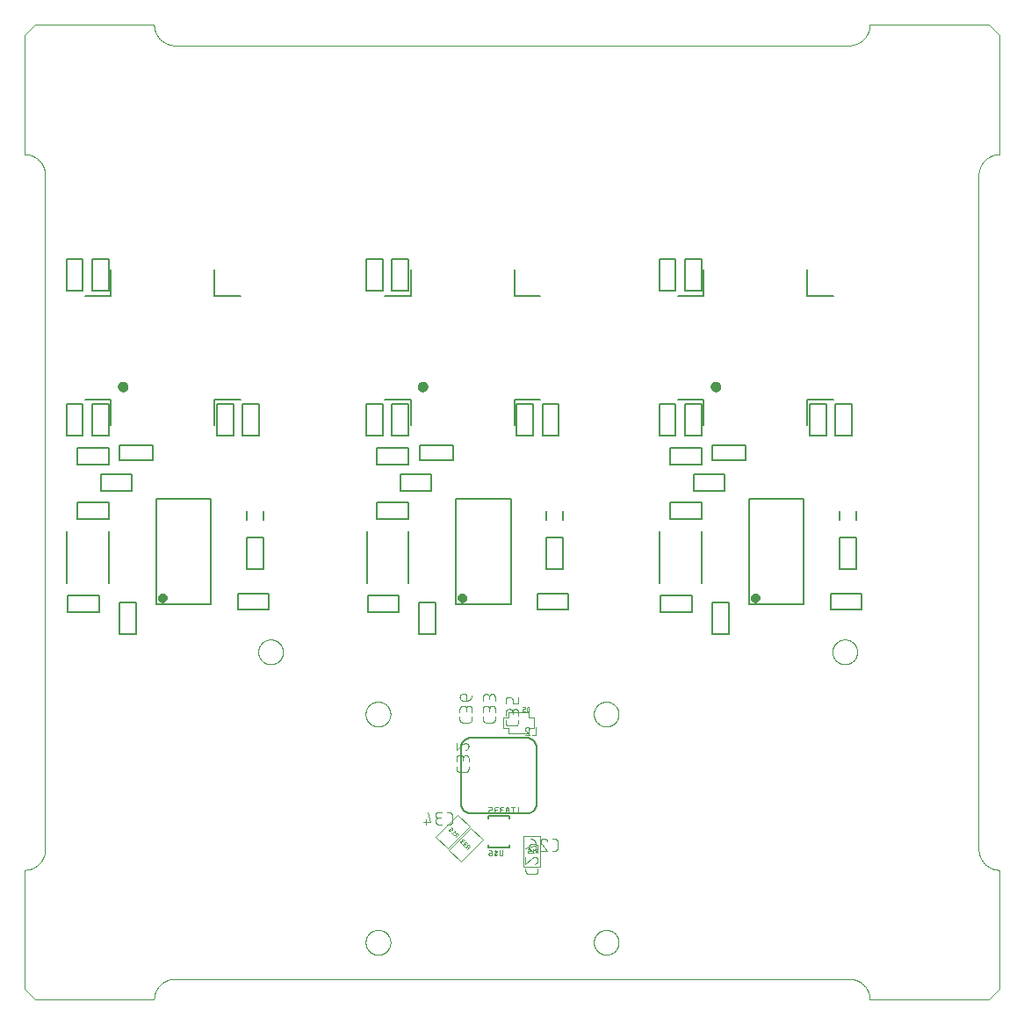
<source format=gbo>
G75*
%MOIN*%
%OFA0B0*%
%FSLAX25Y25*%
%IPPOS*%
%LPD*%
%AMOC8*
5,1,8,0,0,1.08239X$1,22.5*
%
%ADD10C,0.00000*%
%ADD11C,0.00500*%
%ADD12C,0.02000*%
%ADD13C,0.01969*%
%ADD14C,0.00200*%
%ADD15C,0.00400*%
%ADD16C,0.00100*%
%ADD17C,0.00300*%
%ADD18C,0.00600*%
D10*
X0087864Y0091801D02*
X0091801Y0087864D01*
X0137077Y0087864D01*
X0137079Y0088054D01*
X0137086Y0088244D01*
X0137098Y0088434D01*
X0137114Y0088624D01*
X0137134Y0088813D01*
X0137160Y0089002D01*
X0137189Y0089190D01*
X0137224Y0089377D01*
X0137263Y0089563D01*
X0137306Y0089748D01*
X0137354Y0089933D01*
X0137406Y0090116D01*
X0137462Y0090297D01*
X0137523Y0090477D01*
X0137589Y0090656D01*
X0137658Y0090833D01*
X0137732Y0091009D01*
X0137810Y0091182D01*
X0137893Y0091354D01*
X0137979Y0091523D01*
X0138069Y0091691D01*
X0138164Y0091856D01*
X0138262Y0092019D01*
X0138365Y0092179D01*
X0138471Y0092337D01*
X0138581Y0092492D01*
X0138694Y0092645D01*
X0138812Y0092795D01*
X0138933Y0092941D01*
X0139057Y0093085D01*
X0139185Y0093226D01*
X0139316Y0093364D01*
X0139451Y0093499D01*
X0139589Y0093630D01*
X0139730Y0093758D01*
X0139874Y0093882D01*
X0140020Y0094003D01*
X0140170Y0094121D01*
X0140323Y0094234D01*
X0140478Y0094344D01*
X0140636Y0094450D01*
X0140796Y0094553D01*
X0140959Y0094651D01*
X0141124Y0094746D01*
X0141292Y0094836D01*
X0141461Y0094922D01*
X0141633Y0095005D01*
X0141806Y0095083D01*
X0141982Y0095157D01*
X0142159Y0095226D01*
X0142338Y0095292D01*
X0142518Y0095353D01*
X0142699Y0095409D01*
X0142882Y0095461D01*
X0143067Y0095509D01*
X0143252Y0095552D01*
X0143438Y0095591D01*
X0143625Y0095626D01*
X0143813Y0095655D01*
X0144002Y0095681D01*
X0144191Y0095701D01*
X0144381Y0095717D01*
X0144571Y0095729D01*
X0144761Y0095736D01*
X0144951Y0095738D01*
X0400856Y0095738D01*
X0401046Y0095736D01*
X0401236Y0095729D01*
X0401426Y0095717D01*
X0401616Y0095701D01*
X0401805Y0095681D01*
X0401994Y0095655D01*
X0402182Y0095626D01*
X0402369Y0095591D01*
X0402555Y0095552D01*
X0402740Y0095509D01*
X0402925Y0095461D01*
X0403108Y0095409D01*
X0403289Y0095353D01*
X0403469Y0095292D01*
X0403648Y0095226D01*
X0403825Y0095157D01*
X0404001Y0095083D01*
X0404174Y0095005D01*
X0404346Y0094922D01*
X0404515Y0094836D01*
X0404683Y0094746D01*
X0404848Y0094651D01*
X0405011Y0094553D01*
X0405171Y0094450D01*
X0405329Y0094344D01*
X0405484Y0094234D01*
X0405637Y0094121D01*
X0405787Y0094003D01*
X0405933Y0093882D01*
X0406077Y0093758D01*
X0406218Y0093630D01*
X0406356Y0093499D01*
X0406491Y0093364D01*
X0406622Y0093226D01*
X0406750Y0093085D01*
X0406874Y0092941D01*
X0406995Y0092795D01*
X0407113Y0092645D01*
X0407226Y0092492D01*
X0407336Y0092337D01*
X0407442Y0092179D01*
X0407545Y0092019D01*
X0407643Y0091856D01*
X0407738Y0091691D01*
X0407828Y0091523D01*
X0407914Y0091354D01*
X0407997Y0091182D01*
X0408075Y0091009D01*
X0408149Y0090833D01*
X0408218Y0090656D01*
X0408284Y0090477D01*
X0408345Y0090297D01*
X0408401Y0090116D01*
X0408453Y0089933D01*
X0408501Y0089748D01*
X0408544Y0089563D01*
X0408583Y0089377D01*
X0408618Y0089190D01*
X0408647Y0089002D01*
X0408673Y0088813D01*
X0408693Y0088624D01*
X0408709Y0088434D01*
X0408721Y0088244D01*
X0408728Y0088054D01*
X0408730Y0087864D01*
X0454006Y0087864D01*
X0457943Y0091801D01*
X0457943Y0137077D01*
X0457753Y0137079D01*
X0457563Y0137086D01*
X0457373Y0137098D01*
X0457183Y0137114D01*
X0456994Y0137134D01*
X0456805Y0137160D01*
X0456617Y0137189D01*
X0456430Y0137224D01*
X0456244Y0137263D01*
X0456059Y0137306D01*
X0455874Y0137354D01*
X0455691Y0137406D01*
X0455510Y0137462D01*
X0455330Y0137523D01*
X0455151Y0137589D01*
X0454974Y0137658D01*
X0454798Y0137732D01*
X0454625Y0137810D01*
X0454453Y0137893D01*
X0454284Y0137979D01*
X0454116Y0138069D01*
X0453951Y0138164D01*
X0453788Y0138262D01*
X0453628Y0138365D01*
X0453470Y0138471D01*
X0453315Y0138581D01*
X0453162Y0138694D01*
X0453012Y0138812D01*
X0452866Y0138933D01*
X0452722Y0139057D01*
X0452581Y0139185D01*
X0452443Y0139316D01*
X0452308Y0139451D01*
X0452177Y0139589D01*
X0452049Y0139730D01*
X0451925Y0139874D01*
X0451804Y0140020D01*
X0451686Y0140170D01*
X0451573Y0140323D01*
X0451463Y0140478D01*
X0451357Y0140636D01*
X0451254Y0140796D01*
X0451156Y0140959D01*
X0451061Y0141124D01*
X0450971Y0141292D01*
X0450885Y0141461D01*
X0450802Y0141633D01*
X0450724Y0141806D01*
X0450650Y0141982D01*
X0450581Y0142159D01*
X0450515Y0142338D01*
X0450454Y0142518D01*
X0450398Y0142699D01*
X0450346Y0142882D01*
X0450298Y0143067D01*
X0450255Y0143252D01*
X0450216Y0143438D01*
X0450181Y0143625D01*
X0450152Y0143813D01*
X0450126Y0144002D01*
X0450106Y0144191D01*
X0450090Y0144381D01*
X0450078Y0144571D01*
X0450071Y0144761D01*
X0450069Y0144951D01*
X0450069Y0400856D01*
X0450071Y0401046D01*
X0450078Y0401236D01*
X0450090Y0401426D01*
X0450106Y0401616D01*
X0450126Y0401805D01*
X0450152Y0401994D01*
X0450181Y0402182D01*
X0450216Y0402369D01*
X0450255Y0402555D01*
X0450298Y0402740D01*
X0450346Y0402925D01*
X0450398Y0403108D01*
X0450454Y0403289D01*
X0450515Y0403469D01*
X0450581Y0403648D01*
X0450650Y0403825D01*
X0450724Y0404001D01*
X0450802Y0404174D01*
X0450885Y0404346D01*
X0450971Y0404515D01*
X0451061Y0404683D01*
X0451156Y0404848D01*
X0451254Y0405011D01*
X0451357Y0405171D01*
X0451463Y0405329D01*
X0451573Y0405484D01*
X0451686Y0405637D01*
X0451804Y0405787D01*
X0451925Y0405933D01*
X0452049Y0406077D01*
X0452177Y0406218D01*
X0452308Y0406356D01*
X0452443Y0406491D01*
X0452581Y0406622D01*
X0452722Y0406750D01*
X0452866Y0406874D01*
X0453012Y0406995D01*
X0453162Y0407113D01*
X0453315Y0407226D01*
X0453470Y0407336D01*
X0453628Y0407442D01*
X0453788Y0407545D01*
X0453951Y0407643D01*
X0454116Y0407738D01*
X0454284Y0407828D01*
X0454453Y0407914D01*
X0454625Y0407997D01*
X0454798Y0408075D01*
X0454974Y0408149D01*
X0455151Y0408218D01*
X0455330Y0408284D01*
X0455510Y0408345D01*
X0455691Y0408401D01*
X0455874Y0408453D01*
X0456059Y0408501D01*
X0456244Y0408544D01*
X0456430Y0408583D01*
X0456617Y0408618D01*
X0456805Y0408647D01*
X0456994Y0408673D01*
X0457183Y0408693D01*
X0457373Y0408709D01*
X0457563Y0408721D01*
X0457753Y0408728D01*
X0457943Y0408730D01*
X0457943Y0454006D01*
X0454006Y0457943D01*
X0408730Y0457943D01*
X0408728Y0457753D01*
X0408721Y0457563D01*
X0408709Y0457373D01*
X0408693Y0457183D01*
X0408673Y0456994D01*
X0408647Y0456805D01*
X0408618Y0456617D01*
X0408583Y0456430D01*
X0408544Y0456244D01*
X0408501Y0456059D01*
X0408453Y0455874D01*
X0408401Y0455691D01*
X0408345Y0455510D01*
X0408284Y0455330D01*
X0408218Y0455151D01*
X0408149Y0454974D01*
X0408075Y0454798D01*
X0407997Y0454625D01*
X0407914Y0454453D01*
X0407828Y0454284D01*
X0407738Y0454116D01*
X0407643Y0453951D01*
X0407545Y0453788D01*
X0407442Y0453628D01*
X0407336Y0453470D01*
X0407226Y0453315D01*
X0407113Y0453162D01*
X0406995Y0453012D01*
X0406874Y0452866D01*
X0406750Y0452722D01*
X0406622Y0452581D01*
X0406491Y0452443D01*
X0406356Y0452308D01*
X0406218Y0452177D01*
X0406077Y0452049D01*
X0405933Y0451925D01*
X0405787Y0451804D01*
X0405637Y0451686D01*
X0405484Y0451573D01*
X0405329Y0451463D01*
X0405171Y0451357D01*
X0405011Y0451254D01*
X0404848Y0451156D01*
X0404683Y0451061D01*
X0404515Y0450971D01*
X0404346Y0450885D01*
X0404174Y0450802D01*
X0404001Y0450724D01*
X0403825Y0450650D01*
X0403648Y0450581D01*
X0403469Y0450515D01*
X0403289Y0450454D01*
X0403108Y0450398D01*
X0402925Y0450346D01*
X0402740Y0450298D01*
X0402555Y0450255D01*
X0402369Y0450216D01*
X0402182Y0450181D01*
X0401994Y0450152D01*
X0401805Y0450126D01*
X0401616Y0450106D01*
X0401426Y0450090D01*
X0401236Y0450078D01*
X0401046Y0450071D01*
X0400856Y0450069D01*
X0144951Y0450069D01*
X0144761Y0450071D01*
X0144571Y0450078D01*
X0144381Y0450090D01*
X0144191Y0450106D01*
X0144002Y0450126D01*
X0143813Y0450152D01*
X0143625Y0450181D01*
X0143438Y0450216D01*
X0143252Y0450255D01*
X0143067Y0450298D01*
X0142882Y0450346D01*
X0142699Y0450398D01*
X0142518Y0450454D01*
X0142338Y0450515D01*
X0142159Y0450581D01*
X0141982Y0450650D01*
X0141806Y0450724D01*
X0141633Y0450802D01*
X0141461Y0450885D01*
X0141292Y0450971D01*
X0141124Y0451061D01*
X0140959Y0451156D01*
X0140796Y0451254D01*
X0140636Y0451357D01*
X0140478Y0451463D01*
X0140323Y0451573D01*
X0140170Y0451686D01*
X0140020Y0451804D01*
X0139874Y0451925D01*
X0139730Y0452049D01*
X0139589Y0452177D01*
X0139451Y0452308D01*
X0139316Y0452443D01*
X0139185Y0452581D01*
X0139057Y0452722D01*
X0138933Y0452866D01*
X0138812Y0453012D01*
X0138694Y0453162D01*
X0138581Y0453315D01*
X0138471Y0453470D01*
X0138365Y0453628D01*
X0138262Y0453788D01*
X0138164Y0453951D01*
X0138069Y0454116D01*
X0137979Y0454284D01*
X0137893Y0454453D01*
X0137810Y0454625D01*
X0137732Y0454798D01*
X0137658Y0454974D01*
X0137589Y0455151D01*
X0137523Y0455330D01*
X0137462Y0455510D01*
X0137406Y0455691D01*
X0137354Y0455874D01*
X0137306Y0456059D01*
X0137263Y0456244D01*
X0137224Y0456430D01*
X0137189Y0456617D01*
X0137160Y0456805D01*
X0137134Y0456994D01*
X0137114Y0457183D01*
X0137098Y0457373D01*
X0137086Y0457563D01*
X0137079Y0457753D01*
X0137077Y0457943D01*
X0091801Y0457943D01*
X0087864Y0454006D01*
X0087864Y0408730D01*
X0088054Y0408728D01*
X0088244Y0408721D01*
X0088434Y0408709D01*
X0088624Y0408693D01*
X0088813Y0408673D01*
X0089002Y0408647D01*
X0089190Y0408618D01*
X0089377Y0408583D01*
X0089563Y0408544D01*
X0089748Y0408501D01*
X0089933Y0408453D01*
X0090116Y0408401D01*
X0090297Y0408345D01*
X0090477Y0408284D01*
X0090656Y0408218D01*
X0090833Y0408149D01*
X0091009Y0408075D01*
X0091182Y0407997D01*
X0091354Y0407914D01*
X0091523Y0407828D01*
X0091691Y0407738D01*
X0091856Y0407643D01*
X0092019Y0407545D01*
X0092179Y0407442D01*
X0092337Y0407336D01*
X0092492Y0407226D01*
X0092645Y0407113D01*
X0092795Y0406995D01*
X0092941Y0406874D01*
X0093085Y0406750D01*
X0093226Y0406622D01*
X0093364Y0406491D01*
X0093499Y0406356D01*
X0093630Y0406218D01*
X0093758Y0406077D01*
X0093882Y0405933D01*
X0094003Y0405787D01*
X0094121Y0405637D01*
X0094234Y0405484D01*
X0094344Y0405329D01*
X0094450Y0405171D01*
X0094553Y0405011D01*
X0094651Y0404848D01*
X0094746Y0404683D01*
X0094836Y0404515D01*
X0094922Y0404346D01*
X0095005Y0404174D01*
X0095083Y0404001D01*
X0095157Y0403825D01*
X0095226Y0403648D01*
X0095292Y0403469D01*
X0095353Y0403289D01*
X0095409Y0403108D01*
X0095461Y0402925D01*
X0095509Y0402740D01*
X0095552Y0402555D01*
X0095591Y0402369D01*
X0095626Y0402182D01*
X0095655Y0401994D01*
X0095681Y0401805D01*
X0095701Y0401616D01*
X0095717Y0401426D01*
X0095729Y0401236D01*
X0095736Y0401046D01*
X0095738Y0400856D01*
X0095738Y0144951D01*
X0095736Y0144761D01*
X0095729Y0144571D01*
X0095717Y0144381D01*
X0095701Y0144191D01*
X0095681Y0144002D01*
X0095655Y0143813D01*
X0095626Y0143625D01*
X0095591Y0143438D01*
X0095552Y0143252D01*
X0095509Y0143067D01*
X0095461Y0142882D01*
X0095409Y0142699D01*
X0095353Y0142518D01*
X0095292Y0142338D01*
X0095226Y0142159D01*
X0095157Y0141982D01*
X0095083Y0141806D01*
X0095005Y0141633D01*
X0094922Y0141461D01*
X0094836Y0141292D01*
X0094746Y0141124D01*
X0094651Y0140959D01*
X0094553Y0140796D01*
X0094450Y0140636D01*
X0094344Y0140478D01*
X0094234Y0140323D01*
X0094121Y0140170D01*
X0094003Y0140020D01*
X0093882Y0139874D01*
X0093758Y0139730D01*
X0093630Y0139589D01*
X0093499Y0139451D01*
X0093364Y0139316D01*
X0093226Y0139185D01*
X0093085Y0139057D01*
X0092941Y0138933D01*
X0092795Y0138812D01*
X0092645Y0138694D01*
X0092492Y0138581D01*
X0092337Y0138471D01*
X0092179Y0138365D01*
X0092019Y0138262D01*
X0091856Y0138164D01*
X0091691Y0138069D01*
X0091523Y0137979D01*
X0091354Y0137893D01*
X0091182Y0137810D01*
X0091009Y0137732D01*
X0090833Y0137658D01*
X0090656Y0137589D01*
X0090477Y0137523D01*
X0090297Y0137462D01*
X0090116Y0137406D01*
X0089933Y0137354D01*
X0089748Y0137306D01*
X0089563Y0137263D01*
X0089377Y0137224D01*
X0089190Y0137189D01*
X0089002Y0137160D01*
X0088813Y0137134D01*
X0088624Y0137114D01*
X0088434Y0137098D01*
X0088244Y0137086D01*
X0088054Y0137079D01*
X0087864Y0137077D01*
X0087864Y0091801D01*
X0217391Y0109596D02*
X0217393Y0109733D01*
X0217399Y0109870D01*
X0217409Y0110006D01*
X0217423Y0110142D01*
X0217441Y0110278D01*
X0217462Y0110413D01*
X0217488Y0110547D01*
X0217518Y0110681D01*
X0217551Y0110814D01*
X0217589Y0110945D01*
X0217630Y0111076D01*
X0217675Y0111205D01*
X0217723Y0111333D01*
X0217776Y0111460D01*
X0217832Y0111584D01*
X0217891Y0111708D01*
X0217955Y0111829D01*
X0218021Y0111948D01*
X0218091Y0112066D01*
X0218165Y0112181D01*
X0218242Y0112295D01*
X0218322Y0112406D01*
X0218405Y0112514D01*
X0218492Y0112620D01*
X0218581Y0112724D01*
X0218674Y0112825D01*
X0218769Y0112923D01*
X0218867Y0113018D01*
X0218968Y0113111D01*
X0219072Y0113200D01*
X0219178Y0113287D01*
X0219286Y0113370D01*
X0219397Y0113450D01*
X0219511Y0113527D01*
X0219626Y0113601D01*
X0219743Y0113671D01*
X0219863Y0113737D01*
X0219984Y0113801D01*
X0220108Y0113860D01*
X0220232Y0113916D01*
X0220359Y0113969D01*
X0220487Y0114017D01*
X0220616Y0114062D01*
X0220747Y0114103D01*
X0220878Y0114141D01*
X0221011Y0114174D01*
X0221145Y0114204D01*
X0221279Y0114230D01*
X0221414Y0114251D01*
X0221550Y0114269D01*
X0221686Y0114283D01*
X0221822Y0114293D01*
X0221959Y0114299D01*
X0222096Y0114301D01*
X0222233Y0114299D01*
X0222370Y0114293D01*
X0222506Y0114283D01*
X0222642Y0114269D01*
X0222778Y0114251D01*
X0222913Y0114230D01*
X0223047Y0114204D01*
X0223181Y0114174D01*
X0223314Y0114141D01*
X0223445Y0114103D01*
X0223576Y0114062D01*
X0223705Y0114017D01*
X0223833Y0113969D01*
X0223960Y0113916D01*
X0224084Y0113860D01*
X0224208Y0113801D01*
X0224329Y0113737D01*
X0224448Y0113671D01*
X0224566Y0113601D01*
X0224681Y0113527D01*
X0224795Y0113450D01*
X0224906Y0113370D01*
X0225014Y0113287D01*
X0225120Y0113200D01*
X0225224Y0113111D01*
X0225325Y0113018D01*
X0225423Y0112923D01*
X0225518Y0112825D01*
X0225611Y0112724D01*
X0225700Y0112620D01*
X0225787Y0112514D01*
X0225870Y0112406D01*
X0225950Y0112295D01*
X0226027Y0112181D01*
X0226101Y0112066D01*
X0226171Y0111948D01*
X0226237Y0111829D01*
X0226301Y0111708D01*
X0226360Y0111584D01*
X0226416Y0111460D01*
X0226469Y0111333D01*
X0226517Y0111205D01*
X0226562Y0111076D01*
X0226603Y0110945D01*
X0226641Y0110814D01*
X0226674Y0110681D01*
X0226704Y0110547D01*
X0226730Y0110413D01*
X0226751Y0110278D01*
X0226769Y0110142D01*
X0226783Y0110006D01*
X0226793Y0109870D01*
X0226799Y0109733D01*
X0226801Y0109596D01*
X0226799Y0109459D01*
X0226793Y0109322D01*
X0226783Y0109186D01*
X0226769Y0109050D01*
X0226751Y0108914D01*
X0226730Y0108779D01*
X0226704Y0108645D01*
X0226674Y0108511D01*
X0226641Y0108378D01*
X0226603Y0108247D01*
X0226562Y0108116D01*
X0226517Y0107987D01*
X0226469Y0107859D01*
X0226416Y0107732D01*
X0226360Y0107608D01*
X0226301Y0107484D01*
X0226237Y0107363D01*
X0226171Y0107243D01*
X0226101Y0107126D01*
X0226027Y0107011D01*
X0225950Y0106897D01*
X0225870Y0106786D01*
X0225787Y0106678D01*
X0225700Y0106572D01*
X0225611Y0106468D01*
X0225518Y0106367D01*
X0225423Y0106269D01*
X0225325Y0106174D01*
X0225224Y0106081D01*
X0225120Y0105992D01*
X0225014Y0105905D01*
X0224906Y0105822D01*
X0224795Y0105742D01*
X0224681Y0105665D01*
X0224566Y0105591D01*
X0224449Y0105521D01*
X0224329Y0105455D01*
X0224208Y0105391D01*
X0224084Y0105332D01*
X0223960Y0105276D01*
X0223833Y0105223D01*
X0223705Y0105175D01*
X0223576Y0105130D01*
X0223445Y0105089D01*
X0223314Y0105051D01*
X0223181Y0105018D01*
X0223047Y0104988D01*
X0222913Y0104962D01*
X0222778Y0104941D01*
X0222642Y0104923D01*
X0222506Y0104909D01*
X0222370Y0104899D01*
X0222233Y0104893D01*
X0222096Y0104891D01*
X0221959Y0104893D01*
X0221822Y0104899D01*
X0221686Y0104909D01*
X0221550Y0104923D01*
X0221414Y0104941D01*
X0221279Y0104962D01*
X0221145Y0104988D01*
X0221011Y0105018D01*
X0220878Y0105051D01*
X0220747Y0105089D01*
X0220616Y0105130D01*
X0220487Y0105175D01*
X0220359Y0105223D01*
X0220232Y0105276D01*
X0220108Y0105332D01*
X0219984Y0105391D01*
X0219863Y0105455D01*
X0219743Y0105521D01*
X0219626Y0105591D01*
X0219511Y0105665D01*
X0219397Y0105742D01*
X0219286Y0105822D01*
X0219178Y0105905D01*
X0219072Y0105992D01*
X0218968Y0106081D01*
X0218867Y0106174D01*
X0218769Y0106269D01*
X0218674Y0106367D01*
X0218581Y0106468D01*
X0218492Y0106572D01*
X0218405Y0106678D01*
X0218322Y0106786D01*
X0218242Y0106897D01*
X0218165Y0107011D01*
X0218091Y0107126D01*
X0218021Y0107243D01*
X0217955Y0107363D01*
X0217891Y0107484D01*
X0217832Y0107608D01*
X0217776Y0107732D01*
X0217723Y0107859D01*
X0217675Y0107987D01*
X0217630Y0108116D01*
X0217589Y0108247D01*
X0217551Y0108378D01*
X0217518Y0108511D01*
X0217488Y0108645D01*
X0217462Y0108779D01*
X0217441Y0108914D01*
X0217423Y0109050D01*
X0217409Y0109186D01*
X0217399Y0109322D01*
X0217393Y0109459D01*
X0217391Y0109596D01*
X0217391Y0196211D02*
X0217393Y0196348D01*
X0217399Y0196485D01*
X0217409Y0196621D01*
X0217423Y0196757D01*
X0217441Y0196893D01*
X0217462Y0197028D01*
X0217488Y0197162D01*
X0217518Y0197296D01*
X0217551Y0197429D01*
X0217589Y0197560D01*
X0217630Y0197691D01*
X0217675Y0197820D01*
X0217723Y0197948D01*
X0217776Y0198075D01*
X0217832Y0198199D01*
X0217891Y0198323D01*
X0217955Y0198444D01*
X0218021Y0198563D01*
X0218091Y0198681D01*
X0218165Y0198796D01*
X0218242Y0198910D01*
X0218322Y0199021D01*
X0218405Y0199129D01*
X0218492Y0199235D01*
X0218581Y0199339D01*
X0218674Y0199440D01*
X0218769Y0199538D01*
X0218867Y0199633D01*
X0218968Y0199726D01*
X0219072Y0199815D01*
X0219178Y0199902D01*
X0219286Y0199985D01*
X0219397Y0200065D01*
X0219511Y0200142D01*
X0219626Y0200216D01*
X0219743Y0200286D01*
X0219863Y0200352D01*
X0219984Y0200416D01*
X0220108Y0200475D01*
X0220232Y0200531D01*
X0220359Y0200584D01*
X0220487Y0200632D01*
X0220616Y0200677D01*
X0220747Y0200718D01*
X0220878Y0200756D01*
X0221011Y0200789D01*
X0221145Y0200819D01*
X0221279Y0200845D01*
X0221414Y0200866D01*
X0221550Y0200884D01*
X0221686Y0200898D01*
X0221822Y0200908D01*
X0221959Y0200914D01*
X0222096Y0200916D01*
X0222233Y0200914D01*
X0222370Y0200908D01*
X0222506Y0200898D01*
X0222642Y0200884D01*
X0222778Y0200866D01*
X0222913Y0200845D01*
X0223047Y0200819D01*
X0223181Y0200789D01*
X0223314Y0200756D01*
X0223445Y0200718D01*
X0223576Y0200677D01*
X0223705Y0200632D01*
X0223833Y0200584D01*
X0223960Y0200531D01*
X0224084Y0200475D01*
X0224208Y0200416D01*
X0224329Y0200352D01*
X0224448Y0200286D01*
X0224566Y0200216D01*
X0224681Y0200142D01*
X0224795Y0200065D01*
X0224906Y0199985D01*
X0225014Y0199902D01*
X0225120Y0199815D01*
X0225224Y0199726D01*
X0225325Y0199633D01*
X0225423Y0199538D01*
X0225518Y0199440D01*
X0225611Y0199339D01*
X0225700Y0199235D01*
X0225787Y0199129D01*
X0225870Y0199021D01*
X0225950Y0198910D01*
X0226027Y0198796D01*
X0226101Y0198681D01*
X0226171Y0198563D01*
X0226237Y0198444D01*
X0226301Y0198323D01*
X0226360Y0198199D01*
X0226416Y0198075D01*
X0226469Y0197948D01*
X0226517Y0197820D01*
X0226562Y0197691D01*
X0226603Y0197560D01*
X0226641Y0197429D01*
X0226674Y0197296D01*
X0226704Y0197162D01*
X0226730Y0197028D01*
X0226751Y0196893D01*
X0226769Y0196757D01*
X0226783Y0196621D01*
X0226793Y0196485D01*
X0226799Y0196348D01*
X0226801Y0196211D01*
X0226799Y0196074D01*
X0226793Y0195937D01*
X0226783Y0195801D01*
X0226769Y0195665D01*
X0226751Y0195529D01*
X0226730Y0195394D01*
X0226704Y0195260D01*
X0226674Y0195126D01*
X0226641Y0194993D01*
X0226603Y0194862D01*
X0226562Y0194731D01*
X0226517Y0194602D01*
X0226469Y0194474D01*
X0226416Y0194347D01*
X0226360Y0194223D01*
X0226301Y0194099D01*
X0226237Y0193978D01*
X0226171Y0193858D01*
X0226101Y0193741D01*
X0226027Y0193626D01*
X0225950Y0193512D01*
X0225870Y0193401D01*
X0225787Y0193293D01*
X0225700Y0193187D01*
X0225611Y0193083D01*
X0225518Y0192982D01*
X0225423Y0192884D01*
X0225325Y0192789D01*
X0225224Y0192696D01*
X0225120Y0192607D01*
X0225014Y0192520D01*
X0224906Y0192437D01*
X0224795Y0192357D01*
X0224681Y0192280D01*
X0224566Y0192206D01*
X0224449Y0192136D01*
X0224329Y0192070D01*
X0224208Y0192006D01*
X0224084Y0191947D01*
X0223960Y0191891D01*
X0223833Y0191838D01*
X0223705Y0191790D01*
X0223576Y0191745D01*
X0223445Y0191704D01*
X0223314Y0191666D01*
X0223181Y0191633D01*
X0223047Y0191603D01*
X0222913Y0191577D01*
X0222778Y0191556D01*
X0222642Y0191538D01*
X0222506Y0191524D01*
X0222370Y0191514D01*
X0222233Y0191508D01*
X0222096Y0191506D01*
X0221959Y0191508D01*
X0221822Y0191514D01*
X0221686Y0191524D01*
X0221550Y0191538D01*
X0221414Y0191556D01*
X0221279Y0191577D01*
X0221145Y0191603D01*
X0221011Y0191633D01*
X0220878Y0191666D01*
X0220747Y0191704D01*
X0220616Y0191745D01*
X0220487Y0191790D01*
X0220359Y0191838D01*
X0220232Y0191891D01*
X0220108Y0191947D01*
X0219984Y0192006D01*
X0219863Y0192070D01*
X0219743Y0192136D01*
X0219626Y0192206D01*
X0219511Y0192280D01*
X0219397Y0192357D01*
X0219286Y0192437D01*
X0219178Y0192520D01*
X0219072Y0192607D01*
X0218968Y0192696D01*
X0218867Y0192789D01*
X0218769Y0192884D01*
X0218674Y0192982D01*
X0218581Y0193083D01*
X0218492Y0193187D01*
X0218405Y0193293D01*
X0218322Y0193401D01*
X0218242Y0193512D01*
X0218165Y0193626D01*
X0218091Y0193741D01*
X0218021Y0193858D01*
X0217955Y0193978D01*
X0217891Y0194099D01*
X0217832Y0194223D01*
X0217776Y0194347D01*
X0217723Y0194474D01*
X0217675Y0194602D01*
X0217630Y0194731D01*
X0217589Y0194862D01*
X0217551Y0194993D01*
X0217518Y0195126D01*
X0217488Y0195260D01*
X0217462Y0195394D01*
X0217441Y0195529D01*
X0217423Y0195665D01*
X0217409Y0195801D01*
X0217399Y0195937D01*
X0217393Y0196074D01*
X0217391Y0196211D01*
X0176643Y0219833D02*
X0176645Y0219970D01*
X0176651Y0220107D01*
X0176661Y0220243D01*
X0176675Y0220379D01*
X0176693Y0220515D01*
X0176714Y0220650D01*
X0176740Y0220784D01*
X0176770Y0220918D01*
X0176803Y0221051D01*
X0176841Y0221182D01*
X0176882Y0221313D01*
X0176927Y0221442D01*
X0176975Y0221570D01*
X0177028Y0221697D01*
X0177084Y0221821D01*
X0177143Y0221945D01*
X0177207Y0222066D01*
X0177273Y0222185D01*
X0177343Y0222303D01*
X0177417Y0222418D01*
X0177494Y0222532D01*
X0177574Y0222643D01*
X0177657Y0222751D01*
X0177744Y0222857D01*
X0177833Y0222961D01*
X0177926Y0223062D01*
X0178021Y0223160D01*
X0178119Y0223255D01*
X0178220Y0223348D01*
X0178324Y0223437D01*
X0178430Y0223524D01*
X0178538Y0223607D01*
X0178649Y0223687D01*
X0178763Y0223764D01*
X0178878Y0223838D01*
X0178995Y0223908D01*
X0179115Y0223974D01*
X0179236Y0224038D01*
X0179360Y0224097D01*
X0179484Y0224153D01*
X0179611Y0224206D01*
X0179739Y0224254D01*
X0179868Y0224299D01*
X0179999Y0224340D01*
X0180130Y0224378D01*
X0180263Y0224411D01*
X0180397Y0224441D01*
X0180531Y0224467D01*
X0180666Y0224488D01*
X0180802Y0224506D01*
X0180938Y0224520D01*
X0181074Y0224530D01*
X0181211Y0224536D01*
X0181348Y0224538D01*
X0181485Y0224536D01*
X0181622Y0224530D01*
X0181758Y0224520D01*
X0181894Y0224506D01*
X0182030Y0224488D01*
X0182165Y0224467D01*
X0182299Y0224441D01*
X0182433Y0224411D01*
X0182566Y0224378D01*
X0182697Y0224340D01*
X0182828Y0224299D01*
X0182957Y0224254D01*
X0183085Y0224206D01*
X0183212Y0224153D01*
X0183336Y0224097D01*
X0183460Y0224038D01*
X0183581Y0223974D01*
X0183700Y0223908D01*
X0183818Y0223838D01*
X0183933Y0223764D01*
X0184047Y0223687D01*
X0184158Y0223607D01*
X0184266Y0223524D01*
X0184372Y0223437D01*
X0184476Y0223348D01*
X0184577Y0223255D01*
X0184675Y0223160D01*
X0184770Y0223062D01*
X0184863Y0222961D01*
X0184952Y0222857D01*
X0185039Y0222751D01*
X0185122Y0222643D01*
X0185202Y0222532D01*
X0185279Y0222418D01*
X0185353Y0222303D01*
X0185423Y0222185D01*
X0185489Y0222066D01*
X0185553Y0221945D01*
X0185612Y0221821D01*
X0185668Y0221697D01*
X0185721Y0221570D01*
X0185769Y0221442D01*
X0185814Y0221313D01*
X0185855Y0221182D01*
X0185893Y0221051D01*
X0185926Y0220918D01*
X0185956Y0220784D01*
X0185982Y0220650D01*
X0186003Y0220515D01*
X0186021Y0220379D01*
X0186035Y0220243D01*
X0186045Y0220107D01*
X0186051Y0219970D01*
X0186053Y0219833D01*
X0186051Y0219696D01*
X0186045Y0219559D01*
X0186035Y0219423D01*
X0186021Y0219287D01*
X0186003Y0219151D01*
X0185982Y0219016D01*
X0185956Y0218882D01*
X0185926Y0218748D01*
X0185893Y0218615D01*
X0185855Y0218484D01*
X0185814Y0218353D01*
X0185769Y0218224D01*
X0185721Y0218096D01*
X0185668Y0217969D01*
X0185612Y0217845D01*
X0185553Y0217721D01*
X0185489Y0217600D01*
X0185423Y0217480D01*
X0185353Y0217363D01*
X0185279Y0217248D01*
X0185202Y0217134D01*
X0185122Y0217023D01*
X0185039Y0216915D01*
X0184952Y0216809D01*
X0184863Y0216705D01*
X0184770Y0216604D01*
X0184675Y0216506D01*
X0184577Y0216411D01*
X0184476Y0216318D01*
X0184372Y0216229D01*
X0184266Y0216142D01*
X0184158Y0216059D01*
X0184047Y0215979D01*
X0183933Y0215902D01*
X0183818Y0215828D01*
X0183701Y0215758D01*
X0183581Y0215692D01*
X0183460Y0215628D01*
X0183336Y0215569D01*
X0183212Y0215513D01*
X0183085Y0215460D01*
X0182957Y0215412D01*
X0182828Y0215367D01*
X0182697Y0215326D01*
X0182566Y0215288D01*
X0182433Y0215255D01*
X0182299Y0215225D01*
X0182165Y0215199D01*
X0182030Y0215178D01*
X0181894Y0215160D01*
X0181758Y0215146D01*
X0181622Y0215136D01*
X0181485Y0215130D01*
X0181348Y0215128D01*
X0181211Y0215130D01*
X0181074Y0215136D01*
X0180938Y0215146D01*
X0180802Y0215160D01*
X0180666Y0215178D01*
X0180531Y0215199D01*
X0180397Y0215225D01*
X0180263Y0215255D01*
X0180130Y0215288D01*
X0179999Y0215326D01*
X0179868Y0215367D01*
X0179739Y0215412D01*
X0179611Y0215460D01*
X0179484Y0215513D01*
X0179360Y0215569D01*
X0179236Y0215628D01*
X0179115Y0215692D01*
X0178995Y0215758D01*
X0178878Y0215828D01*
X0178763Y0215902D01*
X0178649Y0215979D01*
X0178538Y0216059D01*
X0178430Y0216142D01*
X0178324Y0216229D01*
X0178220Y0216318D01*
X0178119Y0216411D01*
X0178021Y0216506D01*
X0177926Y0216604D01*
X0177833Y0216705D01*
X0177744Y0216809D01*
X0177657Y0216915D01*
X0177574Y0217023D01*
X0177494Y0217134D01*
X0177417Y0217248D01*
X0177343Y0217363D01*
X0177273Y0217480D01*
X0177207Y0217600D01*
X0177143Y0217721D01*
X0177084Y0217845D01*
X0177028Y0217969D01*
X0176975Y0218096D01*
X0176927Y0218224D01*
X0176882Y0218353D01*
X0176841Y0218484D01*
X0176803Y0218615D01*
X0176770Y0218748D01*
X0176740Y0218882D01*
X0176714Y0219016D01*
X0176693Y0219151D01*
X0176675Y0219287D01*
X0176661Y0219423D01*
X0176651Y0219559D01*
X0176645Y0219696D01*
X0176643Y0219833D01*
X0304006Y0196211D02*
X0304008Y0196348D01*
X0304014Y0196485D01*
X0304024Y0196621D01*
X0304038Y0196757D01*
X0304056Y0196893D01*
X0304077Y0197028D01*
X0304103Y0197162D01*
X0304133Y0197296D01*
X0304166Y0197429D01*
X0304204Y0197560D01*
X0304245Y0197691D01*
X0304290Y0197820D01*
X0304338Y0197948D01*
X0304391Y0198075D01*
X0304447Y0198199D01*
X0304506Y0198323D01*
X0304570Y0198444D01*
X0304636Y0198563D01*
X0304706Y0198681D01*
X0304780Y0198796D01*
X0304857Y0198910D01*
X0304937Y0199021D01*
X0305020Y0199129D01*
X0305107Y0199235D01*
X0305196Y0199339D01*
X0305289Y0199440D01*
X0305384Y0199538D01*
X0305482Y0199633D01*
X0305583Y0199726D01*
X0305687Y0199815D01*
X0305793Y0199902D01*
X0305901Y0199985D01*
X0306012Y0200065D01*
X0306126Y0200142D01*
X0306241Y0200216D01*
X0306358Y0200286D01*
X0306478Y0200352D01*
X0306599Y0200416D01*
X0306723Y0200475D01*
X0306847Y0200531D01*
X0306974Y0200584D01*
X0307102Y0200632D01*
X0307231Y0200677D01*
X0307362Y0200718D01*
X0307493Y0200756D01*
X0307626Y0200789D01*
X0307760Y0200819D01*
X0307894Y0200845D01*
X0308029Y0200866D01*
X0308165Y0200884D01*
X0308301Y0200898D01*
X0308437Y0200908D01*
X0308574Y0200914D01*
X0308711Y0200916D01*
X0308848Y0200914D01*
X0308985Y0200908D01*
X0309121Y0200898D01*
X0309257Y0200884D01*
X0309393Y0200866D01*
X0309528Y0200845D01*
X0309662Y0200819D01*
X0309796Y0200789D01*
X0309929Y0200756D01*
X0310060Y0200718D01*
X0310191Y0200677D01*
X0310320Y0200632D01*
X0310448Y0200584D01*
X0310575Y0200531D01*
X0310699Y0200475D01*
X0310823Y0200416D01*
X0310944Y0200352D01*
X0311063Y0200286D01*
X0311181Y0200216D01*
X0311296Y0200142D01*
X0311410Y0200065D01*
X0311521Y0199985D01*
X0311629Y0199902D01*
X0311735Y0199815D01*
X0311839Y0199726D01*
X0311940Y0199633D01*
X0312038Y0199538D01*
X0312133Y0199440D01*
X0312226Y0199339D01*
X0312315Y0199235D01*
X0312402Y0199129D01*
X0312485Y0199021D01*
X0312565Y0198910D01*
X0312642Y0198796D01*
X0312716Y0198681D01*
X0312786Y0198563D01*
X0312852Y0198444D01*
X0312916Y0198323D01*
X0312975Y0198199D01*
X0313031Y0198075D01*
X0313084Y0197948D01*
X0313132Y0197820D01*
X0313177Y0197691D01*
X0313218Y0197560D01*
X0313256Y0197429D01*
X0313289Y0197296D01*
X0313319Y0197162D01*
X0313345Y0197028D01*
X0313366Y0196893D01*
X0313384Y0196757D01*
X0313398Y0196621D01*
X0313408Y0196485D01*
X0313414Y0196348D01*
X0313416Y0196211D01*
X0313414Y0196074D01*
X0313408Y0195937D01*
X0313398Y0195801D01*
X0313384Y0195665D01*
X0313366Y0195529D01*
X0313345Y0195394D01*
X0313319Y0195260D01*
X0313289Y0195126D01*
X0313256Y0194993D01*
X0313218Y0194862D01*
X0313177Y0194731D01*
X0313132Y0194602D01*
X0313084Y0194474D01*
X0313031Y0194347D01*
X0312975Y0194223D01*
X0312916Y0194099D01*
X0312852Y0193978D01*
X0312786Y0193858D01*
X0312716Y0193741D01*
X0312642Y0193626D01*
X0312565Y0193512D01*
X0312485Y0193401D01*
X0312402Y0193293D01*
X0312315Y0193187D01*
X0312226Y0193083D01*
X0312133Y0192982D01*
X0312038Y0192884D01*
X0311940Y0192789D01*
X0311839Y0192696D01*
X0311735Y0192607D01*
X0311629Y0192520D01*
X0311521Y0192437D01*
X0311410Y0192357D01*
X0311296Y0192280D01*
X0311181Y0192206D01*
X0311064Y0192136D01*
X0310944Y0192070D01*
X0310823Y0192006D01*
X0310699Y0191947D01*
X0310575Y0191891D01*
X0310448Y0191838D01*
X0310320Y0191790D01*
X0310191Y0191745D01*
X0310060Y0191704D01*
X0309929Y0191666D01*
X0309796Y0191633D01*
X0309662Y0191603D01*
X0309528Y0191577D01*
X0309393Y0191556D01*
X0309257Y0191538D01*
X0309121Y0191524D01*
X0308985Y0191514D01*
X0308848Y0191508D01*
X0308711Y0191506D01*
X0308574Y0191508D01*
X0308437Y0191514D01*
X0308301Y0191524D01*
X0308165Y0191538D01*
X0308029Y0191556D01*
X0307894Y0191577D01*
X0307760Y0191603D01*
X0307626Y0191633D01*
X0307493Y0191666D01*
X0307362Y0191704D01*
X0307231Y0191745D01*
X0307102Y0191790D01*
X0306974Y0191838D01*
X0306847Y0191891D01*
X0306723Y0191947D01*
X0306599Y0192006D01*
X0306478Y0192070D01*
X0306358Y0192136D01*
X0306241Y0192206D01*
X0306126Y0192280D01*
X0306012Y0192357D01*
X0305901Y0192437D01*
X0305793Y0192520D01*
X0305687Y0192607D01*
X0305583Y0192696D01*
X0305482Y0192789D01*
X0305384Y0192884D01*
X0305289Y0192982D01*
X0305196Y0193083D01*
X0305107Y0193187D01*
X0305020Y0193293D01*
X0304937Y0193401D01*
X0304857Y0193512D01*
X0304780Y0193626D01*
X0304706Y0193741D01*
X0304636Y0193858D01*
X0304570Y0193978D01*
X0304506Y0194099D01*
X0304447Y0194223D01*
X0304391Y0194347D01*
X0304338Y0194474D01*
X0304290Y0194602D01*
X0304245Y0194731D01*
X0304204Y0194862D01*
X0304166Y0194993D01*
X0304133Y0195126D01*
X0304103Y0195260D01*
X0304077Y0195394D01*
X0304056Y0195529D01*
X0304038Y0195665D01*
X0304024Y0195801D01*
X0304014Y0195937D01*
X0304008Y0196074D01*
X0304006Y0196211D01*
X0304006Y0109596D02*
X0304008Y0109733D01*
X0304014Y0109870D01*
X0304024Y0110006D01*
X0304038Y0110142D01*
X0304056Y0110278D01*
X0304077Y0110413D01*
X0304103Y0110547D01*
X0304133Y0110681D01*
X0304166Y0110814D01*
X0304204Y0110945D01*
X0304245Y0111076D01*
X0304290Y0111205D01*
X0304338Y0111333D01*
X0304391Y0111460D01*
X0304447Y0111584D01*
X0304506Y0111708D01*
X0304570Y0111829D01*
X0304636Y0111948D01*
X0304706Y0112066D01*
X0304780Y0112181D01*
X0304857Y0112295D01*
X0304937Y0112406D01*
X0305020Y0112514D01*
X0305107Y0112620D01*
X0305196Y0112724D01*
X0305289Y0112825D01*
X0305384Y0112923D01*
X0305482Y0113018D01*
X0305583Y0113111D01*
X0305687Y0113200D01*
X0305793Y0113287D01*
X0305901Y0113370D01*
X0306012Y0113450D01*
X0306126Y0113527D01*
X0306241Y0113601D01*
X0306358Y0113671D01*
X0306478Y0113737D01*
X0306599Y0113801D01*
X0306723Y0113860D01*
X0306847Y0113916D01*
X0306974Y0113969D01*
X0307102Y0114017D01*
X0307231Y0114062D01*
X0307362Y0114103D01*
X0307493Y0114141D01*
X0307626Y0114174D01*
X0307760Y0114204D01*
X0307894Y0114230D01*
X0308029Y0114251D01*
X0308165Y0114269D01*
X0308301Y0114283D01*
X0308437Y0114293D01*
X0308574Y0114299D01*
X0308711Y0114301D01*
X0308848Y0114299D01*
X0308985Y0114293D01*
X0309121Y0114283D01*
X0309257Y0114269D01*
X0309393Y0114251D01*
X0309528Y0114230D01*
X0309662Y0114204D01*
X0309796Y0114174D01*
X0309929Y0114141D01*
X0310060Y0114103D01*
X0310191Y0114062D01*
X0310320Y0114017D01*
X0310448Y0113969D01*
X0310575Y0113916D01*
X0310699Y0113860D01*
X0310823Y0113801D01*
X0310944Y0113737D01*
X0311063Y0113671D01*
X0311181Y0113601D01*
X0311296Y0113527D01*
X0311410Y0113450D01*
X0311521Y0113370D01*
X0311629Y0113287D01*
X0311735Y0113200D01*
X0311839Y0113111D01*
X0311940Y0113018D01*
X0312038Y0112923D01*
X0312133Y0112825D01*
X0312226Y0112724D01*
X0312315Y0112620D01*
X0312402Y0112514D01*
X0312485Y0112406D01*
X0312565Y0112295D01*
X0312642Y0112181D01*
X0312716Y0112066D01*
X0312786Y0111948D01*
X0312852Y0111829D01*
X0312916Y0111708D01*
X0312975Y0111584D01*
X0313031Y0111460D01*
X0313084Y0111333D01*
X0313132Y0111205D01*
X0313177Y0111076D01*
X0313218Y0110945D01*
X0313256Y0110814D01*
X0313289Y0110681D01*
X0313319Y0110547D01*
X0313345Y0110413D01*
X0313366Y0110278D01*
X0313384Y0110142D01*
X0313398Y0110006D01*
X0313408Y0109870D01*
X0313414Y0109733D01*
X0313416Y0109596D01*
X0313414Y0109459D01*
X0313408Y0109322D01*
X0313398Y0109186D01*
X0313384Y0109050D01*
X0313366Y0108914D01*
X0313345Y0108779D01*
X0313319Y0108645D01*
X0313289Y0108511D01*
X0313256Y0108378D01*
X0313218Y0108247D01*
X0313177Y0108116D01*
X0313132Y0107987D01*
X0313084Y0107859D01*
X0313031Y0107732D01*
X0312975Y0107608D01*
X0312916Y0107484D01*
X0312852Y0107363D01*
X0312786Y0107243D01*
X0312716Y0107126D01*
X0312642Y0107011D01*
X0312565Y0106897D01*
X0312485Y0106786D01*
X0312402Y0106678D01*
X0312315Y0106572D01*
X0312226Y0106468D01*
X0312133Y0106367D01*
X0312038Y0106269D01*
X0311940Y0106174D01*
X0311839Y0106081D01*
X0311735Y0105992D01*
X0311629Y0105905D01*
X0311521Y0105822D01*
X0311410Y0105742D01*
X0311296Y0105665D01*
X0311181Y0105591D01*
X0311064Y0105521D01*
X0310944Y0105455D01*
X0310823Y0105391D01*
X0310699Y0105332D01*
X0310575Y0105276D01*
X0310448Y0105223D01*
X0310320Y0105175D01*
X0310191Y0105130D01*
X0310060Y0105089D01*
X0309929Y0105051D01*
X0309796Y0105018D01*
X0309662Y0104988D01*
X0309528Y0104962D01*
X0309393Y0104941D01*
X0309257Y0104923D01*
X0309121Y0104909D01*
X0308985Y0104899D01*
X0308848Y0104893D01*
X0308711Y0104891D01*
X0308574Y0104893D01*
X0308437Y0104899D01*
X0308301Y0104909D01*
X0308165Y0104923D01*
X0308029Y0104941D01*
X0307894Y0104962D01*
X0307760Y0104988D01*
X0307626Y0105018D01*
X0307493Y0105051D01*
X0307362Y0105089D01*
X0307231Y0105130D01*
X0307102Y0105175D01*
X0306974Y0105223D01*
X0306847Y0105276D01*
X0306723Y0105332D01*
X0306599Y0105391D01*
X0306478Y0105455D01*
X0306358Y0105521D01*
X0306241Y0105591D01*
X0306126Y0105665D01*
X0306012Y0105742D01*
X0305901Y0105822D01*
X0305793Y0105905D01*
X0305687Y0105992D01*
X0305583Y0106081D01*
X0305482Y0106174D01*
X0305384Y0106269D01*
X0305289Y0106367D01*
X0305196Y0106468D01*
X0305107Y0106572D01*
X0305020Y0106678D01*
X0304937Y0106786D01*
X0304857Y0106897D01*
X0304780Y0107011D01*
X0304706Y0107126D01*
X0304636Y0107243D01*
X0304570Y0107363D01*
X0304506Y0107484D01*
X0304447Y0107608D01*
X0304391Y0107732D01*
X0304338Y0107859D01*
X0304290Y0107987D01*
X0304245Y0108116D01*
X0304204Y0108247D01*
X0304166Y0108378D01*
X0304133Y0108511D01*
X0304103Y0108645D01*
X0304077Y0108779D01*
X0304056Y0108914D01*
X0304038Y0109050D01*
X0304024Y0109186D01*
X0304014Y0109322D01*
X0304008Y0109459D01*
X0304006Y0109596D01*
X0394557Y0219833D02*
X0394559Y0219970D01*
X0394565Y0220107D01*
X0394575Y0220243D01*
X0394589Y0220379D01*
X0394607Y0220515D01*
X0394628Y0220650D01*
X0394654Y0220784D01*
X0394684Y0220918D01*
X0394717Y0221051D01*
X0394755Y0221182D01*
X0394796Y0221313D01*
X0394841Y0221442D01*
X0394889Y0221570D01*
X0394942Y0221697D01*
X0394998Y0221821D01*
X0395057Y0221945D01*
X0395121Y0222066D01*
X0395187Y0222185D01*
X0395257Y0222303D01*
X0395331Y0222418D01*
X0395408Y0222532D01*
X0395488Y0222643D01*
X0395571Y0222751D01*
X0395658Y0222857D01*
X0395747Y0222961D01*
X0395840Y0223062D01*
X0395935Y0223160D01*
X0396033Y0223255D01*
X0396134Y0223348D01*
X0396238Y0223437D01*
X0396344Y0223524D01*
X0396452Y0223607D01*
X0396563Y0223687D01*
X0396677Y0223764D01*
X0396792Y0223838D01*
X0396909Y0223908D01*
X0397029Y0223974D01*
X0397150Y0224038D01*
X0397274Y0224097D01*
X0397398Y0224153D01*
X0397525Y0224206D01*
X0397653Y0224254D01*
X0397782Y0224299D01*
X0397913Y0224340D01*
X0398044Y0224378D01*
X0398177Y0224411D01*
X0398311Y0224441D01*
X0398445Y0224467D01*
X0398580Y0224488D01*
X0398716Y0224506D01*
X0398852Y0224520D01*
X0398988Y0224530D01*
X0399125Y0224536D01*
X0399262Y0224538D01*
X0399399Y0224536D01*
X0399536Y0224530D01*
X0399672Y0224520D01*
X0399808Y0224506D01*
X0399944Y0224488D01*
X0400079Y0224467D01*
X0400213Y0224441D01*
X0400347Y0224411D01*
X0400480Y0224378D01*
X0400611Y0224340D01*
X0400742Y0224299D01*
X0400871Y0224254D01*
X0400999Y0224206D01*
X0401126Y0224153D01*
X0401250Y0224097D01*
X0401374Y0224038D01*
X0401495Y0223974D01*
X0401614Y0223908D01*
X0401732Y0223838D01*
X0401847Y0223764D01*
X0401961Y0223687D01*
X0402072Y0223607D01*
X0402180Y0223524D01*
X0402286Y0223437D01*
X0402390Y0223348D01*
X0402491Y0223255D01*
X0402589Y0223160D01*
X0402684Y0223062D01*
X0402777Y0222961D01*
X0402866Y0222857D01*
X0402953Y0222751D01*
X0403036Y0222643D01*
X0403116Y0222532D01*
X0403193Y0222418D01*
X0403267Y0222303D01*
X0403337Y0222185D01*
X0403403Y0222066D01*
X0403467Y0221945D01*
X0403526Y0221821D01*
X0403582Y0221697D01*
X0403635Y0221570D01*
X0403683Y0221442D01*
X0403728Y0221313D01*
X0403769Y0221182D01*
X0403807Y0221051D01*
X0403840Y0220918D01*
X0403870Y0220784D01*
X0403896Y0220650D01*
X0403917Y0220515D01*
X0403935Y0220379D01*
X0403949Y0220243D01*
X0403959Y0220107D01*
X0403965Y0219970D01*
X0403967Y0219833D01*
X0403965Y0219696D01*
X0403959Y0219559D01*
X0403949Y0219423D01*
X0403935Y0219287D01*
X0403917Y0219151D01*
X0403896Y0219016D01*
X0403870Y0218882D01*
X0403840Y0218748D01*
X0403807Y0218615D01*
X0403769Y0218484D01*
X0403728Y0218353D01*
X0403683Y0218224D01*
X0403635Y0218096D01*
X0403582Y0217969D01*
X0403526Y0217845D01*
X0403467Y0217721D01*
X0403403Y0217600D01*
X0403337Y0217480D01*
X0403267Y0217363D01*
X0403193Y0217248D01*
X0403116Y0217134D01*
X0403036Y0217023D01*
X0402953Y0216915D01*
X0402866Y0216809D01*
X0402777Y0216705D01*
X0402684Y0216604D01*
X0402589Y0216506D01*
X0402491Y0216411D01*
X0402390Y0216318D01*
X0402286Y0216229D01*
X0402180Y0216142D01*
X0402072Y0216059D01*
X0401961Y0215979D01*
X0401847Y0215902D01*
X0401732Y0215828D01*
X0401615Y0215758D01*
X0401495Y0215692D01*
X0401374Y0215628D01*
X0401250Y0215569D01*
X0401126Y0215513D01*
X0400999Y0215460D01*
X0400871Y0215412D01*
X0400742Y0215367D01*
X0400611Y0215326D01*
X0400480Y0215288D01*
X0400347Y0215255D01*
X0400213Y0215225D01*
X0400079Y0215199D01*
X0399944Y0215178D01*
X0399808Y0215160D01*
X0399672Y0215146D01*
X0399536Y0215136D01*
X0399399Y0215130D01*
X0399262Y0215128D01*
X0399125Y0215130D01*
X0398988Y0215136D01*
X0398852Y0215146D01*
X0398716Y0215160D01*
X0398580Y0215178D01*
X0398445Y0215199D01*
X0398311Y0215225D01*
X0398177Y0215255D01*
X0398044Y0215288D01*
X0397913Y0215326D01*
X0397782Y0215367D01*
X0397653Y0215412D01*
X0397525Y0215460D01*
X0397398Y0215513D01*
X0397274Y0215569D01*
X0397150Y0215628D01*
X0397029Y0215692D01*
X0396909Y0215758D01*
X0396792Y0215828D01*
X0396677Y0215902D01*
X0396563Y0215979D01*
X0396452Y0216059D01*
X0396344Y0216142D01*
X0396238Y0216229D01*
X0396134Y0216318D01*
X0396033Y0216411D01*
X0395935Y0216506D01*
X0395840Y0216604D01*
X0395747Y0216705D01*
X0395658Y0216809D01*
X0395571Y0216915D01*
X0395488Y0217023D01*
X0395408Y0217134D01*
X0395331Y0217248D01*
X0395257Y0217363D01*
X0395187Y0217480D01*
X0395121Y0217600D01*
X0395057Y0217721D01*
X0394998Y0217845D01*
X0394942Y0217969D01*
X0394889Y0218096D01*
X0394841Y0218224D01*
X0394796Y0218353D01*
X0394755Y0218484D01*
X0394717Y0218615D01*
X0394684Y0218748D01*
X0394654Y0218882D01*
X0394628Y0219016D01*
X0394607Y0219151D01*
X0394589Y0219287D01*
X0394575Y0219423D01*
X0394565Y0219559D01*
X0394559Y0219696D01*
X0394557Y0219833D01*
D11*
X0393868Y0235797D02*
X0393868Y0242096D01*
X0405679Y0242096D01*
X0405679Y0235797D01*
X0393868Y0235797D01*
X0383711Y0237825D02*
X0383711Y0277982D01*
X0362844Y0277982D01*
X0362844Y0237825D01*
X0383711Y0237825D01*
X0397195Y0251329D02*
X0403494Y0251329D01*
X0403494Y0263140D01*
X0397195Y0263140D01*
X0397195Y0251329D01*
X0397195Y0269872D02*
X0397195Y0273317D01*
X0403494Y0273317D02*
X0403494Y0269872D01*
X0402018Y0302018D02*
X0395719Y0302018D01*
X0395719Y0313829D01*
X0402018Y0313829D01*
X0402018Y0302018D01*
X0392175Y0302018D02*
X0392175Y0313829D01*
X0385876Y0313829D01*
X0385876Y0302018D01*
X0392175Y0302018D01*
X0385089Y0305876D02*
X0385089Y0315719D01*
X0394931Y0315719D01*
X0361703Y0298356D02*
X0361703Y0292451D01*
X0349104Y0292451D01*
X0349104Y0298356D01*
X0361703Y0298356D01*
X0353671Y0287372D02*
X0353671Y0281073D01*
X0341860Y0281073D01*
X0341860Y0287372D01*
X0353671Y0287372D01*
X0344813Y0290915D02*
X0344813Y0297215D01*
X0333002Y0297215D01*
X0333002Y0290915D01*
X0344813Y0290915D01*
X0344931Y0302018D02*
X0338632Y0302018D01*
X0338632Y0313829D01*
X0344931Y0313829D01*
X0344931Y0302018D01*
X0345719Y0305876D02*
X0345719Y0315719D01*
X0335876Y0315719D01*
X0335089Y0313829D02*
X0328789Y0313829D01*
X0328789Y0302018D01*
X0335089Y0302018D01*
X0335089Y0313829D01*
X0333002Y0276545D02*
X0333002Y0270246D01*
X0344813Y0270246D01*
X0344813Y0276545D01*
X0333002Y0276545D01*
X0329065Y0265600D02*
X0329065Y0245915D01*
X0329400Y0241112D02*
X0329400Y0234813D01*
X0341211Y0234813D01*
X0341211Y0241112D01*
X0329400Y0241112D01*
X0344813Y0245915D02*
X0344813Y0265600D01*
X0348967Y0238533D02*
X0355266Y0238533D01*
X0355266Y0226722D01*
X0348967Y0226722D01*
X0348967Y0238533D01*
X0294429Y0235797D02*
X0294429Y0242096D01*
X0282618Y0242096D01*
X0282618Y0235797D01*
X0294429Y0235797D01*
X0292244Y0251329D02*
X0285945Y0251329D01*
X0285945Y0263140D01*
X0292244Y0263140D01*
X0292244Y0251329D01*
X0292244Y0269872D02*
X0292244Y0273317D01*
X0285945Y0273317D02*
X0285945Y0269872D01*
X0272461Y0277982D02*
X0251594Y0277982D01*
X0251594Y0237825D01*
X0272461Y0237825D01*
X0272461Y0277982D01*
X0250453Y0292451D02*
X0250453Y0298356D01*
X0237854Y0298356D01*
X0237854Y0292451D01*
X0250453Y0292451D01*
X0242421Y0287372D02*
X0242421Y0281073D01*
X0230610Y0281073D01*
X0230610Y0287372D01*
X0242421Y0287372D01*
X0233563Y0290915D02*
X0233563Y0297215D01*
X0221752Y0297215D01*
X0221752Y0290915D01*
X0233563Y0290915D01*
X0233681Y0302018D02*
X0227382Y0302018D01*
X0227382Y0313829D01*
X0233681Y0313829D01*
X0233681Y0302018D01*
X0234469Y0305876D02*
X0234469Y0315719D01*
X0224626Y0315719D01*
X0223839Y0313829D02*
X0217539Y0313829D01*
X0217539Y0302018D01*
X0223839Y0302018D01*
X0223839Y0313829D01*
X0221752Y0276545D02*
X0221752Y0270246D01*
X0233563Y0270246D01*
X0233563Y0276545D01*
X0221752Y0276545D01*
X0217815Y0265600D02*
X0217815Y0245915D01*
X0218150Y0241112D02*
X0218150Y0234813D01*
X0229961Y0234813D01*
X0229961Y0241112D01*
X0218150Y0241112D01*
X0233563Y0245915D02*
X0233563Y0265600D01*
X0237717Y0238533D02*
X0244016Y0238533D01*
X0244016Y0226722D01*
X0237717Y0226722D01*
X0237717Y0238533D01*
X0180679Y0235797D02*
X0180679Y0242096D01*
X0168868Y0242096D01*
X0168868Y0235797D01*
X0180679Y0235797D01*
X0178494Y0251329D02*
X0172195Y0251329D01*
X0172195Y0263140D01*
X0178494Y0263140D01*
X0178494Y0251329D01*
X0178494Y0269872D02*
X0178494Y0273317D01*
X0172195Y0273317D02*
X0172195Y0269872D01*
X0158711Y0277982D02*
X0137844Y0277982D01*
X0137844Y0237825D01*
X0158711Y0237825D01*
X0158711Y0277982D01*
X0136703Y0292451D02*
X0136703Y0298356D01*
X0124104Y0298356D01*
X0124104Y0292451D01*
X0136703Y0292451D01*
X0128671Y0287372D02*
X0128671Y0281073D01*
X0116860Y0281073D01*
X0116860Y0287372D01*
X0128671Y0287372D01*
X0119813Y0290915D02*
X0119813Y0297215D01*
X0108002Y0297215D01*
X0108002Y0290915D01*
X0119813Y0290915D01*
X0119931Y0302018D02*
X0113632Y0302018D01*
X0113632Y0313829D01*
X0119931Y0313829D01*
X0119931Y0302018D01*
X0120719Y0305876D02*
X0120719Y0315719D01*
X0110876Y0315719D01*
X0110089Y0313829D02*
X0103789Y0313829D01*
X0103789Y0302018D01*
X0110089Y0302018D01*
X0110089Y0313829D01*
X0108002Y0276545D02*
X0108002Y0270246D01*
X0119813Y0270246D01*
X0119813Y0276545D01*
X0108002Y0276545D01*
X0104065Y0265600D02*
X0104065Y0245915D01*
X0104400Y0241112D02*
X0104400Y0234813D01*
X0116211Y0234813D01*
X0116211Y0241112D01*
X0104400Y0241112D01*
X0119813Y0245915D02*
X0119813Y0265600D01*
X0123967Y0238533D02*
X0130266Y0238533D01*
X0130266Y0226722D01*
X0123967Y0226722D01*
X0123967Y0238533D01*
X0160876Y0302018D02*
X0167175Y0302018D01*
X0167175Y0313829D01*
X0160876Y0313829D01*
X0160876Y0302018D01*
X0160089Y0305876D02*
X0160089Y0315719D01*
X0169931Y0315719D01*
X0170719Y0313829D02*
X0177018Y0313829D01*
X0177018Y0302018D01*
X0170719Y0302018D01*
X0170719Y0313829D01*
X0169931Y0355089D02*
X0160089Y0355089D01*
X0160089Y0364931D01*
X0120719Y0364931D02*
X0120719Y0355089D01*
X0110876Y0355089D01*
X0110089Y0356978D02*
X0103789Y0356978D01*
X0103789Y0368789D01*
X0110089Y0368789D01*
X0110089Y0356978D01*
X0113632Y0356978D02*
X0119931Y0356978D01*
X0119931Y0368789D01*
X0113632Y0368789D01*
X0113632Y0356978D01*
X0217539Y0356978D02*
X0223839Y0356978D01*
X0223839Y0368789D01*
X0217539Y0368789D01*
X0217539Y0356978D01*
X0224626Y0355089D02*
X0234469Y0355089D01*
X0234469Y0364931D01*
X0233681Y0368789D02*
X0227382Y0368789D01*
X0227382Y0356978D01*
X0233681Y0356978D01*
X0233681Y0368789D01*
X0273839Y0364931D02*
X0273839Y0355089D01*
X0283681Y0355089D01*
X0283681Y0315719D02*
X0273839Y0315719D01*
X0273839Y0305876D01*
X0274626Y0302018D02*
X0280925Y0302018D01*
X0280925Y0313829D01*
X0274626Y0313829D01*
X0274626Y0302018D01*
X0284469Y0302018D02*
X0284469Y0313829D01*
X0290768Y0313829D01*
X0290768Y0302018D01*
X0284469Y0302018D01*
X0328789Y0356978D02*
X0335089Y0356978D01*
X0335089Y0368789D01*
X0328789Y0368789D01*
X0328789Y0356978D01*
X0335876Y0355089D02*
X0345719Y0355089D01*
X0345719Y0364931D01*
X0344931Y0368789D02*
X0338632Y0368789D01*
X0338632Y0356978D01*
X0344931Y0356978D01*
X0344931Y0368789D01*
X0385089Y0364931D02*
X0385089Y0355089D01*
X0394931Y0355089D01*
X0271841Y0157559D02*
X0263967Y0157559D01*
X0263967Y0156575D01*
X0271841Y0156575D02*
X0271841Y0157559D01*
X0271841Y0146732D02*
X0271841Y0145748D01*
X0263967Y0145748D01*
X0263967Y0146732D01*
D12*
X0238154Y0320404D02*
X0238156Y0320467D01*
X0238162Y0320529D01*
X0238172Y0320591D01*
X0238185Y0320653D01*
X0238203Y0320713D01*
X0238224Y0320772D01*
X0238249Y0320830D01*
X0238278Y0320886D01*
X0238310Y0320940D01*
X0238345Y0320992D01*
X0238383Y0321041D01*
X0238425Y0321089D01*
X0238469Y0321133D01*
X0238517Y0321175D01*
X0238566Y0321213D01*
X0238618Y0321248D01*
X0238672Y0321280D01*
X0238728Y0321309D01*
X0238786Y0321334D01*
X0238845Y0321355D01*
X0238905Y0321373D01*
X0238967Y0321386D01*
X0239029Y0321396D01*
X0239091Y0321402D01*
X0239154Y0321404D01*
X0239217Y0321402D01*
X0239279Y0321396D01*
X0239341Y0321386D01*
X0239403Y0321373D01*
X0239463Y0321355D01*
X0239522Y0321334D01*
X0239580Y0321309D01*
X0239636Y0321280D01*
X0239690Y0321248D01*
X0239742Y0321213D01*
X0239791Y0321175D01*
X0239839Y0321133D01*
X0239883Y0321089D01*
X0239925Y0321041D01*
X0239963Y0320992D01*
X0239998Y0320940D01*
X0240030Y0320886D01*
X0240059Y0320830D01*
X0240084Y0320772D01*
X0240105Y0320713D01*
X0240123Y0320653D01*
X0240136Y0320591D01*
X0240146Y0320529D01*
X0240152Y0320467D01*
X0240154Y0320404D01*
X0240152Y0320341D01*
X0240146Y0320279D01*
X0240136Y0320217D01*
X0240123Y0320155D01*
X0240105Y0320095D01*
X0240084Y0320036D01*
X0240059Y0319978D01*
X0240030Y0319922D01*
X0239998Y0319868D01*
X0239963Y0319816D01*
X0239925Y0319767D01*
X0239883Y0319719D01*
X0239839Y0319675D01*
X0239791Y0319633D01*
X0239742Y0319595D01*
X0239690Y0319560D01*
X0239636Y0319528D01*
X0239580Y0319499D01*
X0239522Y0319474D01*
X0239463Y0319453D01*
X0239403Y0319435D01*
X0239341Y0319422D01*
X0239279Y0319412D01*
X0239217Y0319406D01*
X0239154Y0319404D01*
X0239091Y0319406D01*
X0239029Y0319412D01*
X0238967Y0319422D01*
X0238905Y0319435D01*
X0238845Y0319453D01*
X0238786Y0319474D01*
X0238728Y0319499D01*
X0238672Y0319528D01*
X0238618Y0319560D01*
X0238566Y0319595D01*
X0238517Y0319633D01*
X0238469Y0319675D01*
X0238425Y0319719D01*
X0238383Y0319767D01*
X0238345Y0319816D01*
X0238310Y0319868D01*
X0238278Y0319922D01*
X0238249Y0319978D01*
X0238224Y0320036D01*
X0238203Y0320095D01*
X0238185Y0320155D01*
X0238172Y0320217D01*
X0238162Y0320279D01*
X0238156Y0320341D01*
X0238154Y0320404D01*
X0349404Y0320404D02*
X0349406Y0320467D01*
X0349412Y0320529D01*
X0349422Y0320591D01*
X0349435Y0320653D01*
X0349453Y0320713D01*
X0349474Y0320772D01*
X0349499Y0320830D01*
X0349528Y0320886D01*
X0349560Y0320940D01*
X0349595Y0320992D01*
X0349633Y0321041D01*
X0349675Y0321089D01*
X0349719Y0321133D01*
X0349767Y0321175D01*
X0349816Y0321213D01*
X0349868Y0321248D01*
X0349922Y0321280D01*
X0349978Y0321309D01*
X0350036Y0321334D01*
X0350095Y0321355D01*
X0350155Y0321373D01*
X0350217Y0321386D01*
X0350279Y0321396D01*
X0350341Y0321402D01*
X0350404Y0321404D01*
X0350467Y0321402D01*
X0350529Y0321396D01*
X0350591Y0321386D01*
X0350653Y0321373D01*
X0350713Y0321355D01*
X0350772Y0321334D01*
X0350830Y0321309D01*
X0350886Y0321280D01*
X0350940Y0321248D01*
X0350992Y0321213D01*
X0351041Y0321175D01*
X0351089Y0321133D01*
X0351133Y0321089D01*
X0351175Y0321041D01*
X0351213Y0320992D01*
X0351248Y0320940D01*
X0351280Y0320886D01*
X0351309Y0320830D01*
X0351334Y0320772D01*
X0351355Y0320713D01*
X0351373Y0320653D01*
X0351386Y0320591D01*
X0351396Y0320529D01*
X0351402Y0320467D01*
X0351404Y0320404D01*
X0351402Y0320341D01*
X0351396Y0320279D01*
X0351386Y0320217D01*
X0351373Y0320155D01*
X0351355Y0320095D01*
X0351334Y0320036D01*
X0351309Y0319978D01*
X0351280Y0319922D01*
X0351248Y0319868D01*
X0351213Y0319816D01*
X0351175Y0319767D01*
X0351133Y0319719D01*
X0351089Y0319675D01*
X0351041Y0319633D01*
X0350992Y0319595D01*
X0350940Y0319560D01*
X0350886Y0319528D01*
X0350830Y0319499D01*
X0350772Y0319474D01*
X0350713Y0319453D01*
X0350653Y0319435D01*
X0350591Y0319422D01*
X0350529Y0319412D01*
X0350467Y0319406D01*
X0350404Y0319404D01*
X0350341Y0319406D01*
X0350279Y0319412D01*
X0350217Y0319422D01*
X0350155Y0319435D01*
X0350095Y0319453D01*
X0350036Y0319474D01*
X0349978Y0319499D01*
X0349922Y0319528D01*
X0349868Y0319560D01*
X0349816Y0319595D01*
X0349767Y0319633D01*
X0349719Y0319675D01*
X0349675Y0319719D01*
X0349633Y0319767D01*
X0349595Y0319816D01*
X0349560Y0319868D01*
X0349528Y0319922D01*
X0349499Y0319978D01*
X0349474Y0320036D01*
X0349453Y0320095D01*
X0349435Y0320155D01*
X0349422Y0320217D01*
X0349412Y0320279D01*
X0349406Y0320341D01*
X0349404Y0320404D01*
X0124404Y0320404D02*
X0124406Y0320467D01*
X0124412Y0320529D01*
X0124422Y0320591D01*
X0124435Y0320653D01*
X0124453Y0320713D01*
X0124474Y0320772D01*
X0124499Y0320830D01*
X0124528Y0320886D01*
X0124560Y0320940D01*
X0124595Y0320992D01*
X0124633Y0321041D01*
X0124675Y0321089D01*
X0124719Y0321133D01*
X0124767Y0321175D01*
X0124816Y0321213D01*
X0124868Y0321248D01*
X0124922Y0321280D01*
X0124978Y0321309D01*
X0125036Y0321334D01*
X0125095Y0321355D01*
X0125155Y0321373D01*
X0125217Y0321386D01*
X0125279Y0321396D01*
X0125341Y0321402D01*
X0125404Y0321404D01*
X0125467Y0321402D01*
X0125529Y0321396D01*
X0125591Y0321386D01*
X0125653Y0321373D01*
X0125713Y0321355D01*
X0125772Y0321334D01*
X0125830Y0321309D01*
X0125886Y0321280D01*
X0125940Y0321248D01*
X0125992Y0321213D01*
X0126041Y0321175D01*
X0126089Y0321133D01*
X0126133Y0321089D01*
X0126175Y0321041D01*
X0126213Y0320992D01*
X0126248Y0320940D01*
X0126280Y0320886D01*
X0126309Y0320830D01*
X0126334Y0320772D01*
X0126355Y0320713D01*
X0126373Y0320653D01*
X0126386Y0320591D01*
X0126396Y0320529D01*
X0126402Y0320467D01*
X0126404Y0320404D01*
X0126402Y0320341D01*
X0126396Y0320279D01*
X0126386Y0320217D01*
X0126373Y0320155D01*
X0126355Y0320095D01*
X0126334Y0320036D01*
X0126309Y0319978D01*
X0126280Y0319922D01*
X0126248Y0319868D01*
X0126213Y0319816D01*
X0126175Y0319767D01*
X0126133Y0319719D01*
X0126089Y0319675D01*
X0126041Y0319633D01*
X0125992Y0319595D01*
X0125940Y0319560D01*
X0125886Y0319528D01*
X0125830Y0319499D01*
X0125772Y0319474D01*
X0125713Y0319453D01*
X0125653Y0319435D01*
X0125591Y0319422D01*
X0125529Y0319412D01*
X0125467Y0319406D01*
X0125404Y0319404D01*
X0125341Y0319406D01*
X0125279Y0319412D01*
X0125217Y0319422D01*
X0125155Y0319435D01*
X0125095Y0319453D01*
X0125036Y0319474D01*
X0124978Y0319499D01*
X0124922Y0319528D01*
X0124868Y0319560D01*
X0124816Y0319595D01*
X0124767Y0319633D01*
X0124719Y0319675D01*
X0124675Y0319719D01*
X0124633Y0319767D01*
X0124595Y0319816D01*
X0124560Y0319868D01*
X0124528Y0319922D01*
X0124499Y0319978D01*
X0124474Y0320036D01*
X0124453Y0320095D01*
X0124435Y0320155D01*
X0124422Y0320217D01*
X0124412Y0320279D01*
X0124406Y0320341D01*
X0124404Y0320404D01*
D13*
X0139617Y0240187D02*
X0139619Y0240243D01*
X0139625Y0240298D01*
X0139635Y0240352D01*
X0139648Y0240406D01*
X0139666Y0240459D01*
X0139687Y0240510D01*
X0139711Y0240560D01*
X0139739Y0240608D01*
X0139771Y0240654D01*
X0139805Y0240698D01*
X0139843Y0240739D01*
X0139883Y0240777D01*
X0139926Y0240812D01*
X0139971Y0240844D01*
X0140019Y0240873D01*
X0140068Y0240899D01*
X0140119Y0240921D01*
X0140171Y0240939D01*
X0140225Y0240953D01*
X0140280Y0240964D01*
X0140335Y0240971D01*
X0140390Y0240974D01*
X0140446Y0240973D01*
X0140501Y0240968D01*
X0140556Y0240959D01*
X0140610Y0240947D01*
X0140663Y0240930D01*
X0140715Y0240910D01*
X0140765Y0240886D01*
X0140813Y0240859D01*
X0140860Y0240829D01*
X0140904Y0240795D01*
X0140946Y0240758D01*
X0140984Y0240718D01*
X0141021Y0240676D01*
X0141054Y0240631D01*
X0141083Y0240585D01*
X0141110Y0240536D01*
X0141132Y0240485D01*
X0141152Y0240433D01*
X0141167Y0240379D01*
X0141179Y0240325D01*
X0141187Y0240270D01*
X0141191Y0240215D01*
X0141191Y0240159D01*
X0141187Y0240104D01*
X0141179Y0240049D01*
X0141167Y0239995D01*
X0141152Y0239941D01*
X0141132Y0239889D01*
X0141110Y0239838D01*
X0141083Y0239789D01*
X0141054Y0239743D01*
X0141021Y0239698D01*
X0140984Y0239656D01*
X0140946Y0239616D01*
X0140904Y0239579D01*
X0140860Y0239545D01*
X0140813Y0239515D01*
X0140765Y0239488D01*
X0140715Y0239464D01*
X0140663Y0239444D01*
X0140610Y0239427D01*
X0140556Y0239415D01*
X0140501Y0239406D01*
X0140446Y0239401D01*
X0140390Y0239400D01*
X0140335Y0239403D01*
X0140280Y0239410D01*
X0140225Y0239421D01*
X0140171Y0239435D01*
X0140119Y0239453D01*
X0140068Y0239475D01*
X0140019Y0239501D01*
X0139971Y0239530D01*
X0139926Y0239562D01*
X0139883Y0239597D01*
X0139843Y0239635D01*
X0139805Y0239676D01*
X0139771Y0239720D01*
X0139739Y0239766D01*
X0139711Y0239814D01*
X0139687Y0239864D01*
X0139666Y0239915D01*
X0139648Y0239968D01*
X0139635Y0240022D01*
X0139625Y0240076D01*
X0139619Y0240131D01*
X0139617Y0240187D01*
X0253367Y0240187D02*
X0253369Y0240243D01*
X0253375Y0240298D01*
X0253385Y0240352D01*
X0253398Y0240406D01*
X0253416Y0240459D01*
X0253437Y0240510D01*
X0253461Y0240560D01*
X0253489Y0240608D01*
X0253521Y0240654D01*
X0253555Y0240698D01*
X0253593Y0240739D01*
X0253633Y0240777D01*
X0253676Y0240812D01*
X0253721Y0240844D01*
X0253769Y0240873D01*
X0253818Y0240899D01*
X0253869Y0240921D01*
X0253921Y0240939D01*
X0253975Y0240953D01*
X0254030Y0240964D01*
X0254085Y0240971D01*
X0254140Y0240974D01*
X0254196Y0240973D01*
X0254251Y0240968D01*
X0254306Y0240959D01*
X0254360Y0240947D01*
X0254413Y0240930D01*
X0254465Y0240910D01*
X0254515Y0240886D01*
X0254563Y0240859D01*
X0254610Y0240829D01*
X0254654Y0240795D01*
X0254696Y0240758D01*
X0254734Y0240718D01*
X0254771Y0240676D01*
X0254804Y0240631D01*
X0254833Y0240585D01*
X0254860Y0240536D01*
X0254882Y0240485D01*
X0254902Y0240433D01*
X0254917Y0240379D01*
X0254929Y0240325D01*
X0254937Y0240270D01*
X0254941Y0240215D01*
X0254941Y0240159D01*
X0254937Y0240104D01*
X0254929Y0240049D01*
X0254917Y0239995D01*
X0254902Y0239941D01*
X0254882Y0239889D01*
X0254860Y0239838D01*
X0254833Y0239789D01*
X0254804Y0239743D01*
X0254771Y0239698D01*
X0254734Y0239656D01*
X0254696Y0239616D01*
X0254654Y0239579D01*
X0254610Y0239545D01*
X0254563Y0239515D01*
X0254515Y0239488D01*
X0254465Y0239464D01*
X0254413Y0239444D01*
X0254360Y0239427D01*
X0254306Y0239415D01*
X0254251Y0239406D01*
X0254196Y0239401D01*
X0254140Y0239400D01*
X0254085Y0239403D01*
X0254030Y0239410D01*
X0253975Y0239421D01*
X0253921Y0239435D01*
X0253869Y0239453D01*
X0253818Y0239475D01*
X0253769Y0239501D01*
X0253721Y0239530D01*
X0253676Y0239562D01*
X0253633Y0239597D01*
X0253593Y0239635D01*
X0253555Y0239676D01*
X0253521Y0239720D01*
X0253489Y0239766D01*
X0253461Y0239814D01*
X0253437Y0239864D01*
X0253416Y0239915D01*
X0253398Y0239968D01*
X0253385Y0240022D01*
X0253375Y0240076D01*
X0253369Y0240131D01*
X0253367Y0240187D01*
X0364617Y0240187D02*
X0364619Y0240243D01*
X0364625Y0240298D01*
X0364635Y0240352D01*
X0364648Y0240406D01*
X0364666Y0240459D01*
X0364687Y0240510D01*
X0364711Y0240560D01*
X0364739Y0240608D01*
X0364771Y0240654D01*
X0364805Y0240698D01*
X0364843Y0240739D01*
X0364883Y0240777D01*
X0364926Y0240812D01*
X0364971Y0240844D01*
X0365019Y0240873D01*
X0365068Y0240899D01*
X0365119Y0240921D01*
X0365171Y0240939D01*
X0365225Y0240953D01*
X0365280Y0240964D01*
X0365335Y0240971D01*
X0365390Y0240974D01*
X0365446Y0240973D01*
X0365501Y0240968D01*
X0365556Y0240959D01*
X0365610Y0240947D01*
X0365663Y0240930D01*
X0365715Y0240910D01*
X0365765Y0240886D01*
X0365813Y0240859D01*
X0365860Y0240829D01*
X0365904Y0240795D01*
X0365946Y0240758D01*
X0365984Y0240718D01*
X0366021Y0240676D01*
X0366054Y0240631D01*
X0366083Y0240585D01*
X0366110Y0240536D01*
X0366132Y0240485D01*
X0366152Y0240433D01*
X0366167Y0240379D01*
X0366179Y0240325D01*
X0366187Y0240270D01*
X0366191Y0240215D01*
X0366191Y0240159D01*
X0366187Y0240104D01*
X0366179Y0240049D01*
X0366167Y0239995D01*
X0366152Y0239941D01*
X0366132Y0239889D01*
X0366110Y0239838D01*
X0366083Y0239789D01*
X0366054Y0239743D01*
X0366021Y0239698D01*
X0365984Y0239656D01*
X0365946Y0239616D01*
X0365904Y0239579D01*
X0365860Y0239545D01*
X0365813Y0239515D01*
X0365765Y0239488D01*
X0365715Y0239464D01*
X0365663Y0239444D01*
X0365610Y0239427D01*
X0365556Y0239415D01*
X0365501Y0239406D01*
X0365446Y0239401D01*
X0365390Y0239400D01*
X0365335Y0239403D01*
X0365280Y0239410D01*
X0365225Y0239421D01*
X0365171Y0239435D01*
X0365119Y0239453D01*
X0365068Y0239475D01*
X0365019Y0239501D01*
X0364971Y0239530D01*
X0364926Y0239562D01*
X0364883Y0239597D01*
X0364843Y0239635D01*
X0364805Y0239676D01*
X0364771Y0239720D01*
X0364739Y0239766D01*
X0364711Y0239814D01*
X0364687Y0239864D01*
X0364666Y0239915D01*
X0364648Y0239968D01*
X0364635Y0240022D01*
X0364625Y0240076D01*
X0364619Y0240131D01*
X0364617Y0240187D01*
D14*
X0275436Y0160843D02*
X0275436Y0158643D01*
X0274459Y0158643D01*
X0273174Y0158643D02*
X0273174Y0160843D01*
X0273785Y0160843D02*
X0272563Y0160843D01*
X0271647Y0160354D02*
X0271645Y0160311D01*
X0271640Y0160269D01*
X0271630Y0160227D01*
X0271618Y0160187D01*
X0271601Y0160147D01*
X0271581Y0160110D01*
X0271559Y0160074D01*
X0271533Y0160040D01*
X0271504Y0160008D01*
X0271472Y0159979D01*
X0271438Y0159953D01*
X0271403Y0159931D01*
X0271365Y0159911D01*
X0271325Y0159894D01*
X0271285Y0159882D01*
X0271243Y0159872D01*
X0271201Y0159867D01*
X0271158Y0159865D01*
X0271115Y0159867D01*
X0271073Y0159872D01*
X0271031Y0159882D01*
X0270991Y0159894D01*
X0270951Y0159911D01*
X0270914Y0159931D01*
X0270878Y0159953D01*
X0270844Y0159979D01*
X0270812Y0160008D01*
X0270783Y0160040D01*
X0270757Y0160074D01*
X0270735Y0160110D01*
X0270715Y0160147D01*
X0270698Y0160187D01*
X0270686Y0160227D01*
X0270676Y0160269D01*
X0270671Y0160311D01*
X0270669Y0160354D01*
X0270671Y0160397D01*
X0270676Y0160439D01*
X0270686Y0160481D01*
X0270698Y0160521D01*
X0270715Y0160561D01*
X0270735Y0160599D01*
X0270757Y0160634D01*
X0270783Y0160668D01*
X0270812Y0160700D01*
X0270844Y0160729D01*
X0270878Y0160755D01*
X0270914Y0160777D01*
X0270951Y0160797D01*
X0270991Y0160814D01*
X0271031Y0160826D01*
X0271073Y0160836D01*
X0271115Y0160841D01*
X0271158Y0160843D01*
X0271201Y0160841D01*
X0271243Y0160836D01*
X0271285Y0160826D01*
X0271325Y0160814D01*
X0271365Y0160797D01*
X0271403Y0160777D01*
X0271438Y0160755D01*
X0271472Y0160729D01*
X0271504Y0160700D01*
X0271533Y0160668D01*
X0271559Y0160634D01*
X0271581Y0160599D01*
X0271601Y0160561D01*
X0271618Y0160521D01*
X0271630Y0160481D01*
X0271640Y0160439D01*
X0271645Y0160397D01*
X0271647Y0160354D01*
X0271769Y0159254D02*
X0271767Y0159206D01*
X0271761Y0159158D01*
X0271752Y0159111D01*
X0271739Y0159065D01*
X0271722Y0159020D01*
X0271702Y0158977D01*
X0271679Y0158935D01*
X0271652Y0158895D01*
X0271623Y0158857D01*
X0271590Y0158822D01*
X0271555Y0158789D01*
X0271517Y0158760D01*
X0271477Y0158733D01*
X0271435Y0158710D01*
X0271392Y0158690D01*
X0271347Y0158673D01*
X0271301Y0158660D01*
X0271254Y0158651D01*
X0271206Y0158645D01*
X0271158Y0158643D01*
X0271110Y0158645D01*
X0271062Y0158651D01*
X0271015Y0158660D01*
X0270969Y0158673D01*
X0270924Y0158690D01*
X0270881Y0158710D01*
X0270839Y0158733D01*
X0270799Y0158760D01*
X0270761Y0158789D01*
X0270726Y0158822D01*
X0270693Y0158857D01*
X0270664Y0158895D01*
X0270637Y0158935D01*
X0270614Y0158977D01*
X0270594Y0159020D01*
X0270577Y0159065D01*
X0270564Y0159111D01*
X0270555Y0159158D01*
X0270549Y0159206D01*
X0270547Y0159254D01*
X0270549Y0159302D01*
X0270555Y0159350D01*
X0270564Y0159397D01*
X0270577Y0159443D01*
X0270594Y0159488D01*
X0270614Y0159531D01*
X0270637Y0159573D01*
X0270664Y0159613D01*
X0270693Y0159651D01*
X0270726Y0159686D01*
X0270761Y0159719D01*
X0270799Y0159748D01*
X0270839Y0159775D01*
X0270881Y0159798D01*
X0270924Y0159818D01*
X0270969Y0159835D01*
X0271015Y0159848D01*
X0271062Y0159857D01*
X0271110Y0159863D01*
X0271158Y0159865D01*
X0271206Y0159863D01*
X0271254Y0159857D01*
X0271301Y0159848D01*
X0271347Y0159835D01*
X0271392Y0159818D01*
X0271435Y0159798D01*
X0271477Y0159775D01*
X0271517Y0159748D01*
X0271555Y0159719D01*
X0271590Y0159686D01*
X0271623Y0159651D01*
X0271652Y0159613D01*
X0271679Y0159573D01*
X0271702Y0159531D01*
X0271722Y0159488D01*
X0271739Y0159443D01*
X0271752Y0159397D01*
X0271761Y0159350D01*
X0271767Y0159302D01*
X0271769Y0159254D01*
X0269609Y0158643D02*
X0268998Y0158643D01*
X0268950Y0158645D01*
X0268902Y0158651D01*
X0268855Y0158660D01*
X0268809Y0158673D01*
X0268764Y0158690D01*
X0268721Y0158710D01*
X0268679Y0158733D01*
X0268639Y0158760D01*
X0268601Y0158789D01*
X0268566Y0158822D01*
X0268533Y0158857D01*
X0268504Y0158895D01*
X0268477Y0158935D01*
X0268454Y0158977D01*
X0268434Y0159020D01*
X0268417Y0159065D01*
X0268404Y0159111D01*
X0268395Y0159158D01*
X0268389Y0159206D01*
X0268387Y0159254D01*
X0268389Y0159302D01*
X0268395Y0159350D01*
X0268404Y0159397D01*
X0268417Y0159443D01*
X0268434Y0159488D01*
X0268454Y0159531D01*
X0268477Y0159573D01*
X0268504Y0159613D01*
X0268533Y0159651D01*
X0268566Y0159686D01*
X0268601Y0159719D01*
X0268639Y0159748D01*
X0268679Y0159775D01*
X0268721Y0159798D01*
X0268764Y0159818D01*
X0268809Y0159835D01*
X0268855Y0159848D01*
X0268902Y0159857D01*
X0268950Y0159863D01*
X0268998Y0159865D01*
X0268875Y0159866D02*
X0269364Y0159866D01*
X0268875Y0159865D02*
X0268832Y0159867D01*
X0268790Y0159872D01*
X0268748Y0159882D01*
X0268708Y0159894D01*
X0268668Y0159911D01*
X0268631Y0159931D01*
X0268595Y0159953D01*
X0268561Y0159979D01*
X0268529Y0160008D01*
X0268500Y0160040D01*
X0268474Y0160074D01*
X0268452Y0160110D01*
X0268432Y0160147D01*
X0268415Y0160187D01*
X0268403Y0160227D01*
X0268393Y0160269D01*
X0268388Y0160311D01*
X0268386Y0160354D01*
X0268388Y0160397D01*
X0268393Y0160439D01*
X0268403Y0160481D01*
X0268415Y0160521D01*
X0268432Y0160561D01*
X0268452Y0160599D01*
X0268474Y0160634D01*
X0268500Y0160668D01*
X0268529Y0160700D01*
X0268561Y0160729D01*
X0268595Y0160755D01*
X0268631Y0160777D01*
X0268668Y0160797D01*
X0268708Y0160814D01*
X0268748Y0160826D01*
X0268790Y0160836D01*
X0268832Y0160841D01*
X0268875Y0160843D01*
X0269609Y0160843D01*
X0267449Y0160843D02*
X0266715Y0160843D01*
X0266672Y0160841D01*
X0266630Y0160836D01*
X0266588Y0160826D01*
X0266548Y0160814D01*
X0266508Y0160797D01*
X0266471Y0160777D01*
X0266435Y0160755D01*
X0266401Y0160729D01*
X0266369Y0160700D01*
X0266340Y0160668D01*
X0266314Y0160634D01*
X0266292Y0160599D01*
X0266272Y0160561D01*
X0266255Y0160521D01*
X0266243Y0160481D01*
X0266233Y0160439D01*
X0266228Y0160397D01*
X0266226Y0160354D01*
X0266228Y0160311D01*
X0266233Y0160269D01*
X0266243Y0160227D01*
X0266255Y0160187D01*
X0266272Y0160147D01*
X0266292Y0160110D01*
X0266314Y0160074D01*
X0266340Y0160040D01*
X0266369Y0160008D01*
X0266401Y0159979D01*
X0266435Y0159953D01*
X0266471Y0159931D01*
X0266508Y0159911D01*
X0266548Y0159894D01*
X0266588Y0159882D01*
X0266630Y0159872D01*
X0266672Y0159867D01*
X0266715Y0159865D01*
X0266715Y0159866D02*
X0267204Y0159866D01*
X0266838Y0159865D02*
X0266790Y0159863D01*
X0266742Y0159857D01*
X0266695Y0159848D01*
X0266649Y0159835D01*
X0266604Y0159818D01*
X0266561Y0159798D01*
X0266519Y0159775D01*
X0266479Y0159748D01*
X0266441Y0159719D01*
X0266406Y0159686D01*
X0266373Y0159651D01*
X0266344Y0159613D01*
X0266317Y0159573D01*
X0266294Y0159531D01*
X0266274Y0159488D01*
X0266257Y0159443D01*
X0266244Y0159397D01*
X0266235Y0159350D01*
X0266229Y0159302D01*
X0266227Y0159254D01*
X0266229Y0159206D01*
X0266235Y0159158D01*
X0266244Y0159111D01*
X0266257Y0159065D01*
X0266274Y0159020D01*
X0266294Y0158977D01*
X0266317Y0158935D01*
X0266344Y0158895D01*
X0266373Y0158857D01*
X0266406Y0158822D01*
X0266441Y0158789D01*
X0266479Y0158760D01*
X0266519Y0158733D01*
X0266561Y0158710D01*
X0266604Y0158690D01*
X0266649Y0158673D01*
X0266695Y0158660D01*
X0266742Y0158651D01*
X0266790Y0158645D01*
X0266838Y0158643D01*
X0267449Y0158643D01*
X0265289Y0158643D02*
X0264555Y0158643D01*
X0264512Y0158645D01*
X0264470Y0158650D01*
X0264428Y0158660D01*
X0264388Y0158672D01*
X0264348Y0158689D01*
X0264311Y0158709D01*
X0264275Y0158731D01*
X0264241Y0158757D01*
X0264209Y0158786D01*
X0264180Y0158818D01*
X0264154Y0158852D01*
X0264132Y0158887D01*
X0264112Y0158925D01*
X0264095Y0158965D01*
X0264083Y0159005D01*
X0264073Y0159047D01*
X0264068Y0159089D01*
X0264066Y0159132D01*
X0264067Y0159132D02*
X0264067Y0159377D01*
X0264066Y0159377D02*
X0264068Y0159420D01*
X0264073Y0159462D01*
X0264083Y0159504D01*
X0264095Y0159544D01*
X0264112Y0159584D01*
X0264132Y0159622D01*
X0264154Y0159657D01*
X0264180Y0159691D01*
X0264209Y0159723D01*
X0264241Y0159752D01*
X0264275Y0159778D01*
X0264311Y0159800D01*
X0264348Y0159820D01*
X0264388Y0159837D01*
X0264428Y0159849D01*
X0264470Y0159859D01*
X0264512Y0159864D01*
X0264555Y0159866D01*
X0265289Y0159866D01*
X0265289Y0160843D01*
X0264067Y0160843D01*
X0256806Y0153602D02*
X0252352Y0158056D01*
X0244001Y0149705D01*
X0248455Y0145251D01*
X0256806Y0153602D01*
X0257352Y0153056D02*
X0249001Y0144705D01*
X0253455Y0140251D01*
X0261806Y0148602D01*
X0257352Y0153056D01*
X0264311Y0144664D02*
X0264372Y0144662D01*
X0264434Y0144656D01*
X0264494Y0144647D01*
X0264554Y0144633D01*
X0264613Y0144616D01*
X0264671Y0144595D01*
X0264727Y0144571D01*
X0264782Y0144543D01*
X0264835Y0144512D01*
X0264886Y0144477D01*
X0264934Y0144440D01*
X0264980Y0144399D01*
X0265024Y0144355D01*
X0265065Y0144309D01*
X0265102Y0144261D01*
X0265137Y0144210D01*
X0265168Y0144157D01*
X0265196Y0144102D01*
X0265220Y0144046D01*
X0265241Y0143988D01*
X0265258Y0143929D01*
X0265272Y0143869D01*
X0265281Y0143809D01*
X0265287Y0143747D01*
X0265289Y0143686D01*
X0265289Y0143075D01*
X0265289Y0143686D02*
X0264555Y0143686D01*
X0264512Y0143684D01*
X0264470Y0143679D01*
X0264428Y0143669D01*
X0264388Y0143657D01*
X0264348Y0143640D01*
X0264311Y0143620D01*
X0264275Y0143598D01*
X0264241Y0143572D01*
X0264209Y0143543D01*
X0264180Y0143511D01*
X0264154Y0143477D01*
X0264132Y0143442D01*
X0264112Y0143404D01*
X0264095Y0143364D01*
X0264083Y0143324D01*
X0264073Y0143282D01*
X0264068Y0143240D01*
X0264066Y0143197D01*
X0264067Y0143197D02*
X0264067Y0143075D01*
X0264069Y0143027D01*
X0264075Y0142979D01*
X0264084Y0142932D01*
X0264097Y0142886D01*
X0264114Y0142841D01*
X0264134Y0142798D01*
X0264157Y0142756D01*
X0264184Y0142716D01*
X0264213Y0142678D01*
X0264246Y0142643D01*
X0264281Y0142610D01*
X0264319Y0142581D01*
X0264359Y0142554D01*
X0264401Y0142531D01*
X0264444Y0142511D01*
X0264489Y0142494D01*
X0264535Y0142481D01*
X0264582Y0142472D01*
X0264630Y0142466D01*
X0264678Y0142464D01*
X0264726Y0142466D01*
X0264774Y0142472D01*
X0264821Y0142481D01*
X0264867Y0142494D01*
X0264912Y0142511D01*
X0264955Y0142531D01*
X0264997Y0142554D01*
X0265037Y0142581D01*
X0265075Y0142610D01*
X0265110Y0142643D01*
X0265143Y0142678D01*
X0265172Y0142716D01*
X0265199Y0142756D01*
X0265222Y0142798D01*
X0265242Y0142841D01*
X0265259Y0142886D01*
X0265272Y0142932D01*
X0265281Y0142979D01*
X0265287Y0143027D01*
X0265289Y0143075D01*
X0266388Y0143380D02*
X0266694Y0143564D01*
X0266999Y0143747D01*
X0267182Y0142831D02*
X0267131Y0142803D01*
X0267079Y0142777D01*
X0267025Y0142755D01*
X0266970Y0142736D01*
X0266914Y0142721D01*
X0266857Y0142709D01*
X0266800Y0142700D01*
X0266742Y0142695D01*
X0266684Y0142693D01*
X0266625Y0142695D01*
X0266568Y0142700D01*
X0266510Y0142709D01*
X0266694Y0142464D02*
X0266694Y0144664D01*
X0266877Y0144419D02*
X0266912Y0144411D01*
X0266947Y0144399D01*
X0266981Y0144383D01*
X0267012Y0144364D01*
X0267042Y0144343D01*
X0267069Y0144318D01*
X0267094Y0144291D01*
X0267116Y0144261D01*
X0267134Y0144229D01*
X0267150Y0144196D01*
X0267162Y0144161D01*
X0267170Y0144125D01*
X0267175Y0144089D01*
X0267176Y0144052D01*
X0267173Y0144015D01*
X0267167Y0143979D01*
X0267157Y0143944D01*
X0267143Y0143909D01*
X0267127Y0143877D01*
X0267107Y0143846D01*
X0267084Y0143817D01*
X0267058Y0143791D01*
X0267029Y0143768D01*
X0266999Y0143747D01*
X0266877Y0144419D02*
X0266819Y0144428D01*
X0266762Y0144433D01*
X0266703Y0144435D01*
X0266645Y0144433D01*
X0266587Y0144428D01*
X0266530Y0144419D01*
X0266473Y0144407D01*
X0266417Y0144392D01*
X0266362Y0144373D01*
X0266308Y0144351D01*
X0266256Y0144325D01*
X0266205Y0144297D01*
X0266388Y0143380D02*
X0266358Y0143359D01*
X0266329Y0143336D01*
X0266303Y0143310D01*
X0266280Y0143281D01*
X0266260Y0143250D01*
X0266244Y0143218D01*
X0266230Y0143183D01*
X0266220Y0143148D01*
X0266214Y0143112D01*
X0266211Y0143075D01*
X0266212Y0143038D01*
X0266217Y0143002D01*
X0266225Y0142966D01*
X0266237Y0142931D01*
X0266253Y0142898D01*
X0266271Y0142866D01*
X0266293Y0142836D01*
X0266318Y0142809D01*
X0266345Y0142784D01*
X0266375Y0142763D01*
X0266406Y0142744D01*
X0266440Y0142728D01*
X0266475Y0142716D01*
X0266510Y0142708D01*
X0268171Y0143075D02*
X0268171Y0144664D01*
X0269393Y0144664D02*
X0269393Y0143075D01*
X0269391Y0143027D01*
X0269385Y0142979D01*
X0269376Y0142932D01*
X0269363Y0142886D01*
X0269346Y0142841D01*
X0269326Y0142798D01*
X0269303Y0142756D01*
X0269276Y0142716D01*
X0269247Y0142678D01*
X0269214Y0142643D01*
X0269179Y0142610D01*
X0269141Y0142581D01*
X0269101Y0142554D01*
X0269059Y0142531D01*
X0269016Y0142511D01*
X0268971Y0142494D01*
X0268925Y0142481D01*
X0268878Y0142472D01*
X0268830Y0142466D01*
X0268782Y0142464D01*
X0268734Y0142466D01*
X0268686Y0142472D01*
X0268639Y0142481D01*
X0268593Y0142494D01*
X0268548Y0142511D01*
X0268505Y0142531D01*
X0268463Y0142554D01*
X0268423Y0142581D01*
X0268385Y0142610D01*
X0268350Y0142643D01*
X0268317Y0142678D01*
X0268288Y0142716D01*
X0268261Y0142756D01*
X0268238Y0142798D01*
X0268218Y0142841D01*
X0268201Y0142886D01*
X0268188Y0142932D01*
X0268179Y0142979D01*
X0268173Y0143027D01*
X0268171Y0143075D01*
X0277254Y0138248D02*
X0283553Y0138248D01*
X0283553Y0150059D01*
X0277254Y0150059D01*
X0277254Y0138248D01*
D15*
X0278104Y0137679D02*
X0278104Y0136657D01*
X0278106Y0136595D01*
X0278111Y0136534D01*
X0278121Y0136473D01*
X0278134Y0136412D01*
X0278150Y0136353D01*
X0278170Y0136295D01*
X0278194Y0136238D01*
X0278221Y0136182D01*
X0278251Y0136128D01*
X0278285Y0136076D01*
X0278321Y0136027D01*
X0278361Y0135979D01*
X0278403Y0135934D01*
X0278448Y0135892D01*
X0278496Y0135852D01*
X0278545Y0135816D01*
X0278597Y0135782D01*
X0278651Y0135752D01*
X0278707Y0135725D01*
X0278764Y0135701D01*
X0278822Y0135681D01*
X0278881Y0135665D01*
X0278942Y0135652D01*
X0279003Y0135642D01*
X0279064Y0135637D01*
X0279126Y0135635D01*
X0281681Y0135635D01*
X0281743Y0135637D01*
X0281804Y0135642D01*
X0281865Y0135652D01*
X0281926Y0135665D01*
X0281985Y0135681D01*
X0282043Y0135701D01*
X0282100Y0135725D01*
X0282156Y0135752D01*
X0282210Y0135782D01*
X0282262Y0135816D01*
X0282311Y0135852D01*
X0282359Y0135892D01*
X0282404Y0135934D01*
X0282446Y0135979D01*
X0282485Y0136027D01*
X0282522Y0136076D01*
X0282556Y0136128D01*
X0282586Y0136182D01*
X0282613Y0136238D01*
X0282637Y0136295D01*
X0282657Y0136353D01*
X0282673Y0136412D01*
X0282686Y0136473D01*
X0282696Y0136534D01*
X0282701Y0136595D01*
X0282703Y0136657D01*
X0282704Y0136657D02*
X0282704Y0137679D01*
X0280660Y0141570D02*
X0280707Y0141617D01*
X0280757Y0141661D01*
X0280809Y0141703D01*
X0280863Y0141742D01*
X0280919Y0141777D01*
X0280977Y0141810D01*
X0281037Y0141840D01*
X0281098Y0141866D01*
X0281161Y0141889D01*
X0281225Y0141908D01*
X0281289Y0141924D01*
X0281355Y0141937D01*
X0281421Y0141946D01*
X0281487Y0141951D01*
X0281554Y0141953D01*
X0280659Y0141570D02*
X0278104Y0139398D01*
X0278104Y0141954D01*
X0278104Y0145176D02*
X0282704Y0146454D01*
X0282704Y0143898D01*
X0282192Y0143898D01*
X0283854Y0144354D02*
X0286409Y0144354D01*
X0284237Y0146909D01*
X0285004Y0148953D02*
X0285078Y0148951D01*
X0285152Y0148946D01*
X0285226Y0148936D01*
X0285299Y0148923D01*
X0285372Y0148907D01*
X0285443Y0148886D01*
X0285513Y0148862D01*
X0285582Y0148835D01*
X0285650Y0148804D01*
X0285716Y0148770D01*
X0285780Y0148733D01*
X0285842Y0148692D01*
X0285903Y0148648D01*
X0285960Y0148602D01*
X0286016Y0148552D01*
X0286069Y0148500D01*
X0286119Y0148445D01*
X0286166Y0148388D01*
X0286210Y0148328D01*
X0286252Y0148266D01*
X0286290Y0148203D01*
X0286325Y0148137D01*
X0286356Y0148070D01*
X0286384Y0148001D01*
X0286409Y0147931D01*
X0284237Y0146910D02*
X0284190Y0146957D01*
X0284146Y0147007D01*
X0284104Y0147059D01*
X0284065Y0147113D01*
X0284030Y0147169D01*
X0283997Y0147227D01*
X0283967Y0147287D01*
X0283941Y0147348D01*
X0283918Y0147411D01*
X0283899Y0147475D01*
X0283883Y0147539D01*
X0283870Y0147605D01*
X0283861Y0147671D01*
X0283856Y0147737D01*
X0283854Y0147804D01*
X0283856Y0147871D01*
X0283862Y0147938D01*
X0283871Y0148004D01*
X0283885Y0148069D01*
X0283902Y0148134D01*
X0283923Y0148197D01*
X0283948Y0148259D01*
X0283976Y0148320D01*
X0284008Y0148379D01*
X0284043Y0148436D01*
X0284082Y0148491D01*
X0284123Y0148543D01*
X0284168Y0148593D01*
X0284215Y0148640D01*
X0284265Y0148685D01*
X0284317Y0148726D01*
X0284372Y0148765D01*
X0284429Y0148800D01*
X0284488Y0148832D01*
X0284549Y0148860D01*
X0284611Y0148885D01*
X0284674Y0148906D01*
X0284739Y0148923D01*
X0284804Y0148937D01*
X0284870Y0148946D01*
X0284937Y0148952D01*
X0285004Y0148954D01*
X0288128Y0148954D02*
X0289150Y0148954D01*
X0289150Y0148953D02*
X0289212Y0148951D01*
X0289273Y0148946D01*
X0289334Y0148936D01*
X0289395Y0148923D01*
X0289454Y0148907D01*
X0289512Y0148887D01*
X0289569Y0148863D01*
X0289625Y0148836D01*
X0289679Y0148806D01*
X0289731Y0148772D01*
X0289780Y0148736D01*
X0289828Y0148696D01*
X0289873Y0148654D01*
X0289915Y0148609D01*
X0289955Y0148561D01*
X0289991Y0148512D01*
X0290025Y0148460D01*
X0290055Y0148406D01*
X0290082Y0148350D01*
X0290106Y0148293D01*
X0290126Y0148235D01*
X0290142Y0148176D01*
X0290155Y0148115D01*
X0290165Y0148054D01*
X0290170Y0147993D01*
X0290172Y0147931D01*
X0290172Y0145376D01*
X0290170Y0145314D01*
X0290165Y0145253D01*
X0290155Y0145192D01*
X0290142Y0145131D01*
X0290126Y0145072D01*
X0290106Y0145014D01*
X0290082Y0144957D01*
X0290055Y0144901D01*
X0290025Y0144847D01*
X0289991Y0144795D01*
X0289955Y0144746D01*
X0289915Y0144698D01*
X0289873Y0144653D01*
X0289828Y0144611D01*
X0289780Y0144571D01*
X0289731Y0144535D01*
X0289679Y0144501D01*
X0289625Y0144471D01*
X0289569Y0144444D01*
X0289512Y0144420D01*
X0289454Y0144400D01*
X0289395Y0144384D01*
X0289334Y0144371D01*
X0289273Y0144361D01*
X0289212Y0144356D01*
X0289150Y0144354D01*
X0288128Y0144354D01*
X0281909Y0145631D02*
X0281909Y0146909D01*
X0280376Y0146909D01*
X0281909Y0146909D02*
X0281907Y0146998D01*
X0281901Y0147087D01*
X0281892Y0147176D01*
X0281878Y0147264D01*
X0281861Y0147351D01*
X0281839Y0147438D01*
X0281814Y0147524D01*
X0281786Y0147608D01*
X0281753Y0147691D01*
X0281717Y0147773D01*
X0281678Y0147853D01*
X0281635Y0147931D01*
X0281589Y0148007D01*
X0281539Y0148081D01*
X0281487Y0148153D01*
X0281431Y0148223D01*
X0281372Y0148290D01*
X0281310Y0148354D01*
X0281246Y0148416D01*
X0281179Y0148475D01*
X0281109Y0148531D01*
X0281037Y0148583D01*
X0280963Y0148633D01*
X0280887Y0148679D01*
X0280809Y0148722D01*
X0280729Y0148761D01*
X0280647Y0148797D01*
X0280564Y0148830D01*
X0280480Y0148858D01*
X0280394Y0148883D01*
X0280307Y0148905D01*
X0280220Y0148922D01*
X0280132Y0148936D01*
X0280043Y0148945D01*
X0279954Y0148951D01*
X0279865Y0148953D01*
X0280376Y0146909D02*
X0280314Y0146907D01*
X0280253Y0146902D01*
X0280192Y0146892D01*
X0280131Y0146879D01*
X0280072Y0146863D01*
X0280014Y0146843D01*
X0279957Y0146819D01*
X0279901Y0146792D01*
X0279847Y0146762D01*
X0279795Y0146728D01*
X0279746Y0146692D01*
X0279698Y0146652D01*
X0279653Y0146610D01*
X0279611Y0146565D01*
X0279571Y0146517D01*
X0279535Y0146468D01*
X0279501Y0146416D01*
X0279471Y0146362D01*
X0279444Y0146306D01*
X0279420Y0146249D01*
X0279400Y0146191D01*
X0279384Y0146132D01*
X0279371Y0146071D01*
X0279361Y0146010D01*
X0279356Y0145949D01*
X0279354Y0145887D01*
X0279354Y0145631D01*
X0279353Y0145631D02*
X0279355Y0145561D01*
X0279361Y0145490D01*
X0279370Y0145421D01*
X0279384Y0145352D01*
X0279401Y0145283D01*
X0279422Y0145216D01*
X0279447Y0145150D01*
X0279475Y0145086D01*
X0279507Y0145023D01*
X0279542Y0144962D01*
X0279581Y0144903D01*
X0279622Y0144846D01*
X0279667Y0144792D01*
X0279715Y0144740D01*
X0279765Y0144691D01*
X0279819Y0144644D01*
X0279874Y0144601D01*
X0279932Y0144561D01*
X0279992Y0144524D01*
X0280054Y0144491D01*
X0280118Y0144461D01*
X0280183Y0144434D01*
X0280249Y0144411D01*
X0280317Y0144392D01*
X0280386Y0144377D01*
X0280455Y0144365D01*
X0280525Y0144357D01*
X0280596Y0144353D01*
X0280666Y0144353D01*
X0280737Y0144357D01*
X0280807Y0144365D01*
X0280876Y0144377D01*
X0280945Y0144392D01*
X0281013Y0144411D01*
X0281079Y0144434D01*
X0281144Y0144461D01*
X0281208Y0144491D01*
X0281270Y0144524D01*
X0281330Y0144561D01*
X0281388Y0144601D01*
X0281443Y0144644D01*
X0281497Y0144691D01*
X0281547Y0144740D01*
X0281595Y0144792D01*
X0281640Y0144846D01*
X0281681Y0144903D01*
X0281720Y0144962D01*
X0281755Y0145023D01*
X0281787Y0145086D01*
X0281815Y0145150D01*
X0281840Y0145216D01*
X0281861Y0145283D01*
X0281878Y0145352D01*
X0281892Y0145421D01*
X0281901Y0145490D01*
X0281907Y0145561D01*
X0281909Y0145631D01*
X0281554Y0141954D02*
X0281621Y0141952D01*
X0281688Y0141946D01*
X0281754Y0141937D01*
X0281819Y0141923D01*
X0281884Y0141906D01*
X0281947Y0141885D01*
X0282009Y0141860D01*
X0282070Y0141832D01*
X0282129Y0141800D01*
X0282186Y0141765D01*
X0282241Y0141726D01*
X0282293Y0141685D01*
X0282343Y0141640D01*
X0282390Y0141593D01*
X0282435Y0141543D01*
X0282476Y0141491D01*
X0282515Y0141436D01*
X0282550Y0141379D01*
X0282582Y0141320D01*
X0282610Y0141259D01*
X0282635Y0141197D01*
X0282656Y0141134D01*
X0282673Y0141069D01*
X0282687Y0141004D01*
X0282696Y0140938D01*
X0282702Y0140871D01*
X0282704Y0140804D01*
X0282703Y0140804D02*
X0282701Y0140730D01*
X0282696Y0140656D01*
X0282686Y0140582D01*
X0282673Y0140509D01*
X0282657Y0140436D01*
X0282636Y0140365D01*
X0282612Y0140295D01*
X0282585Y0140226D01*
X0282554Y0140158D01*
X0282520Y0140092D01*
X0282483Y0140028D01*
X0282442Y0139966D01*
X0282398Y0139906D01*
X0282352Y0139848D01*
X0282302Y0139792D01*
X0282250Y0139739D01*
X0282195Y0139689D01*
X0282138Y0139642D01*
X0282078Y0139598D01*
X0282016Y0139556D01*
X0281953Y0139518D01*
X0281887Y0139483D01*
X0281820Y0139452D01*
X0281751Y0139424D01*
X0281681Y0139399D01*
X0250172Y0155376D02*
X0250172Y0157931D01*
X0250170Y0157993D01*
X0250165Y0158054D01*
X0250155Y0158115D01*
X0250142Y0158176D01*
X0250126Y0158235D01*
X0250106Y0158293D01*
X0250082Y0158350D01*
X0250055Y0158406D01*
X0250025Y0158460D01*
X0249991Y0158512D01*
X0249955Y0158561D01*
X0249915Y0158609D01*
X0249873Y0158654D01*
X0249828Y0158696D01*
X0249780Y0158736D01*
X0249731Y0158772D01*
X0249679Y0158806D01*
X0249625Y0158836D01*
X0249569Y0158863D01*
X0249512Y0158887D01*
X0249454Y0158907D01*
X0249395Y0158923D01*
X0249334Y0158936D01*
X0249273Y0158946D01*
X0249212Y0158951D01*
X0249150Y0158953D01*
X0249150Y0158954D02*
X0248128Y0158954D01*
X0246409Y0158954D02*
X0244876Y0158954D01*
X0244876Y0158953D02*
X0244813Y0158951D01*
X0244750Y0158945D01*
X0244688Y0158936D01*
X0244627Y0158922D01*
X0244566Y0158905D01*
X0244507Y0158884D01*
X0244449Y0158859D01*
X0244392Y0158831D01*
X0244338Y0158800D01*
X0244286Y0158765D01*
X0244235Y0158727D01*
X0244187Y0158686D01*
X0244142Y0158642D01*
X0244100Y0158596D01*
X0244060Y0158547D01*
X0244024Y0158496D01*
X0243991Y0158442D01*
X0243961Y0158387D01*
X0243935Y0158329D01*
X0243912Y0158271D01*
X0243893Y0158211D01*
X0243878Y0158150D01*
X0243866Y0158088D01*
X0243858Y0158025D01*
X0243854Y0157962D01*
X0243854Y0157900D01*
X0243858Y0157837D01*
X0243866Y0157774D01*
X0243878Y0157712D01*
X0243893Y0157651D01*
X0243912Y0157591D01*
X0243935Y0157533D01*
X0243961Y0157475D01*
X0243991Y0157420D01*
X0244024Y0157366D01*
X0244060Y0157315D01*
X0244100Y0157266D01*
X0244142Y0157220D01*
X0244187Y0157176D01*
X0244235Y0157135D01*
X0244286Y0157097D01*
X0244338Y0157062D01*
X0244392Y0157031D01*
X0244449Y0157003D01*
X0244507Y0156978D01*
X0244566Y0156957D01*
X0244627Y0156940D01*
X0244688Y0156926D01*
X0244750Y0156917D01*
X0244813Y0156911D01*
X0244876Y0156909D01*
X0245898Y0156909D01*
X0245131Y0156909D02*
X0245061Y0156907D01*
X0244990Y0156901D01*
X0244921Y0156892D01*
X0244852Y0156878D01*
X0244783Y0156861D01*
X0244716Y0156840D01*
X0244650Y0156815D01*
X0244586Y0156787D01*
X0244523Y0156755D01*
X0244462Y0156720D01*
X0244403Y0156681D01*
X0244346Y0156640D01*
X0244292Y0156595D01*
X0244240Y0156547D01*
X0244191Y0156497D01*
X0244144Y0156443D01*
X0244101Y0156388D01*
X0244061Y0156330D01*
X0244024Y0156270D01*
X0243991Y0156208D01*
X0243961Y0156144D01*
X0243934Y0156079D01*
X0243911Y0156013D01*
X0243892Y0155945D01*
X0243877Y0155876D01*
X0243865Y0155807D01*
X0243857Y0155737D01*
X0243853Y0155666D01*
X0243853Y0155596D01*
X0243857Y0155525D01*
X0243865Y0155455D01*
X0243877Y0155386D01*
X0243892Y0155317D01*
X0243911Y0155249D01*
X0243934Y0155183D01*
X0243961Y0155118D01*
X0243991Y0155054D01*
X0244024Y0154992D01*
X0244061Y0154932D01*
X0244101Y0154874D01*
X0244144Y0154819D01*
X0244191Y0154765D01*
X0244240Y0154715D01*
X0244292Y0154667D01*
X0244346Y0154622D01*
X0244403Y0154581D01*
X0244462Y0154542D01*
X0244523Y0154507D01*
X0244586Y0154475D01*
X0244650Y0154447D01*
X0244716Y0154422D01*
X0244783Y0154401D01*
X0244852Y0154384D01*
X0244921Y0154370D01*
X0244990Y0154361D01*
X0245061Y0154355D01*
X0245131Y0154353D01*
X0245131Y0154354D02*
X0246409Y0154354D01*
X0248128Y0154354D02*
X0249150Y0154354D01*
X0249212Y0154356D01*
X0249273Y0154361D01*
X0249334Y0154371D01*
X0249395Y0154384D01*
X0249454Y0154400D01*
X0249512Y0154420D01*
X0249569Y0154444D01*
X0249625Y0154471D01*
X0249679Y0154501D01*
X0249731Y0154535D01*
X0249780Y0154571D01*
X0249828Y0154611D01*
X0249873Y0154653D01*
X0249915Y0154698D01*
X0249955Y0154746D01*
X0249991Y0154795D01*
X0250025Y0154847D01*
X0250055Y0154901D01*
X0250082Y0154957D01*
X0250106Y0155014D01*
X0250126Y0155072D01*
X0250142Y0155131D01*
X0250155Y0155192D01*
X0250165Y0155253D01*
X0250170Y0155314D01*
X0250172Y0155376D01*
X0241909Y0155376D02*
X0240887Y0158954D01*
X0240120Y0156398D02*
X0240120Y0154354D01*
X0239354Y0155376D02*
X0241909Y0155376D01*
X0252876Y0174354D02*
X0255431Y0174354D01*
X0255493Y0174356D01*
X0255554Y0174361D01*
X0255615Y0174371D01*
X0255676Y0174384D01*
X0255735Y0174400D01*
X0255793Y0174420D01*
X0255850Y0174444D01*
X0255906Y0174471D01*
X0255960Y0174501D01*
X0256012Y0174535D01*
X0256061Y0174571D01*
X0256109Y0174611D01*
X0256154Y0174653D01*
X0256196Y0174698D01*
X0256235Y0174746D01*
X0256272Y0174795D01*
X0256306Y0174847D01*
X0256336Y0174901D01*
X0256363Y0174957D01*
X0256387Y0175014D01*
X0256407Y0175072D01*
X0256423Y0175131D01*
X0256436Y0175192D01*
X0256446Y0175253D01*
X0256451Y0175314D01*
X0256453Y0175376D01*
X0256454Y0175376D02*
X0256454Y0176398D01*
X0256454Y0178117D02*
X0256454Y0179650D01*
X0256453Y0179650D02*
X0256451Y0179713D01*
X0256445Y0179776D01*
X0256436Y0179838D01*
X0256422Y0179899D01*
X0256405Y0179960D01*
X0256384Y0180019D01*
X0256359Y0180077D01*
X0256331Y0180134D01*
X0256300Y0180188D01*
X0256265Y0180240D01*
X0256227Y0180291D01*
X0256186Y0180339D01*
X0256142Y0180384D01*
X0256096Y0180426D01*
X0256047Y0180466D01*
X0255996Y0180502D01*
X0255942Y0180535D01*
X0255887Y0180565D01*
X0255829Y0180591D01*
X0255771Y0180614D01*
X0255711Y0180633D01*
X0255650Y0180648D01*
X0255588Y0180660D01*
X0255525Y0180668D01*
X0255462Y0180672D01*
X0255400Y0180672D01*
X0255337Y0180668D01*
X0255274Y0180660D01*
X0255212Y0180648D01*
X0255151Y0180633D01*
X0255091Y0180614D01*
X0255033Y0180591D01*
X0254975Y0180565D01*
X0254920Y0180535D01*
X0254866Y0180502D01*
X0254815Y0180466D01*
X0254766Y0180426D01*
X0254720Y0180384D01*
X0254676Y0180339D01*
X0254635Y0180291D01*
X0254597Y0180240D01*
X0254562Y0180188D01*
X0254531Y0180134D01*
X0254503Y0180077D01*
X0254478Y0180019D01*
X0254457Y0179960D01*
X0254440Y0179899D01*
X0254426Y0179838D01*
X0254417Y0179776D01*
X0254411Y0179713D01*
X0254409Y0179650D01*
X0254409Y0178628D01*
X0254409Y0179394D02*
X0254407Y0179464D01*
X0254401Y0179535D01*
X0254392Y0179604D01*
X0254378Y0179673D01*
X0254361Y0179742D01*
X0254340Y0179809D01*
X0254315Y0179875D01*
X0254287Y0179939D01*
X0254255Y0180002D01*
X0254220Y0180063D01*
X0254181Y0180122D01*
X0254140Y0180179D01*
X0254095Y0180233D01*
X0254047Y0180285D01*
X0253997Y0180334D01*
X0253943Y0180381D01*
X0253888Y0180424D01*
X0253830Y0180464D01*
X0253770Y0180501D01*
X0253708Y0180534D01*
X0253644Y0180564D01*
X0253579Y0180591D01*
X0253513Y0180614D01*
X0253445Y0180633D01*
X0253376Y0180648D01*
X0253307Y0180660D01*
X0253237Y0180668D01*
X0253166Y0180672D01*
X0253096Y0180672D01*
X0253025Y0180668D01*
X0252955Y0180660D01*
X0252886Y0180648D01*
X0252817Y0180633D01*
X0252749Y0180614D01*
X0252683Y0180591D01*
X0252618Y0180564D01*
X0252554Y0180534D01*
X0252492Y0180501D01*
X0252432Y0180464D01*
X0252374Y0180424D01*
X0252319Y0180381D01*
X0252265Y0180334D01*
X0252215Y0180285D01*
X0252167Y0180233D01*
X0252122Y0180179D01*
X0252081Y0180122D01*
X0252042Y0180063D01*
X0252007Y0180002D01*
X0251975Y0179939D01*
X0251947Y0179875D01*
X0251922Y0179809D01*
X0251901Y0179742D01*
X0251884Y0179673D01*
X0251870Y0179604D01*
X0251861Y0179535D01*
X0251855Y0179464D01*
X0251853Y0179394D01*
X0251854Y0179394D02*
X0251854Y0178117D01*
X0251854Y0176398D02*
X0251854Y0175376D01*
X0251856Y0175314D01*
X0251861Y0175253D01*
X0251871Y0175192D01*
X0251884Y0175131D01*
X0251900Y0175072D01*
X0251920Y0175014D01*
X0251944Y0174957D01*
X0251971Y0174901D01*
X0252001Y0174847D01*
X0252035Y0174795D01*
X0252071Y0174746D01*
X0252111Y0174698D01*
X0252153Y0174653D01*
X0252198Y0174611D01*
X0252246Y0174571D01*
X0252295Y0174535D01*
X0252347Y0174501D01*
X0252401Y0174471D01*
X0252457Y0174444D01*
X0252514Y0174420D01*
X0252572Y0174400D01*
X0252631Y0174384D01*
X0252692Y0174371D01*
X0252753Y0174361D01*
X0252814Y0174356D01*
X0252876Y0174354D01*
X0251854Y0182617D02*
X0251854Y0185172D01*
X0251854Y0182617D02*
X0254409Y0184789D01*
X0256453Y0184022D02*
X0256451Y0183948D01*
X0256446Y0183874D01*
X0256436Y0183800D01*
X0256423Y0183727D01*
X0256407Y0183654D01*
X0256386Y0183583D01*
X0256362Y0183513D01*
X0256335Y0183444D01*
X0256304Y0183376D01*
X0256270Y0183310D01*
X0256233Y0183246D01*
X0256192Y0183184D01*
X0256148Y0183124D01*
X0256102Y0183066D01*
X0256052Y0183010D01*
X0256000Y0182957D01*
X0255945Y0182907D01*
X0255888Y0182860D01*
X0255828Y0182816D01*
X0255766Y0182774D01*
X0255703Y0182736D01*
X0255637Y0182701D01*
X0255570Y0182670D01*
X0255501Y0182642D01*
X0255431Y0182617D01*
X0254410Y0184789D02*
X0254457Y0184836D01*
X0254507Y0184880D01*
X0254559Y0184922D01*
X0254613Y0184961D01*
X0254669Y0184996D01*
X0254727Y0185029D01*
X0254787Y0185059D01*
X0254848Y0185085D01*
X0254911Y0185108D01*
X0254975Y0185127D01*
X0255039Y0185143D01*
X0255105Y0185156D01*
X0255171Y0185165D01*
X0255237Y0185170D01*
X0255304Y0185172D01*
X0255371Y0185170D01*
X0255438Y0185164D01*
X0255504Y0185155D01*
X0255569Y0185141D01*
X0255634Y0185124D01*
X0255697Y0185103D01*
X0255759Y0185078D01*
X0255820Y0185050D01*
X0255879Y0185018D01*
X0255936Y0184983D01*
X0255991Y0184944D01*
X0256043Y0184903D01*
X0256093Y0184858D01*
X0256140Y0184811D01*
X0256185Y0184761D01*
X0256226Y0184709D01*
X0256265Y0184654D01*
X0256300Y0184597D01*
X0256332Y0184538D01*
X0256360Y0184477D01*
X0256385Y0184415D01*
X0256406Y0184352D01*
X0256423Y0184287D01*
X0256437Y0184222D01*
X0256446Y0184156D01*
X0256452Y0184089D01*
X0256454Y0184022D01*
X0256681Y0193104D02*
X0254126Y0193104D01*
X0254064Y0193106D01*
X0254003Y0193111D01*
X0253942Y0193121D01*
X0253881Y0193134D01*
X0253822Y0193150D01*
X0253764Y0193170D01*
X0253707Y0193194D01*
X0253651Y0193221D01*
X0253597Y0193251D01*
X0253545Y0193285D01*
X0253496Y0193321D01*
X0253448Y0193361D01*
X0253403Y0193403D01*
X0253361Y0193448D01*
X0253321Y0193496D01*
X0253285Y0193545D01*
X0253251Y0193597D01*
X0253221Y0193651D01*
X0253194Y0193707D01*
X0253170Y0193764D01*
X0253150Y0193822D01*
X0253134Y0193881D01*
X0253121Y0193942D01*
X0253111Y0194003D01*
X0253106Y0194064D01*
X0253104Y0194126D01*
X0253104Y0195148D01*
X0253104Y0196867D02*
X0253104Y0198144D01*
X0253103Y0198144D02*
X0253105Y0198214D01*
X0253111Y0198285D01*
X0253120Y0198354D01*
X0253134Y0198423D01*
X0253151Y0198492D01*
X0253172Y0198559D01*
X0253197Y0198625D01*
X0253225Y0198689D01*
X0253257Y0198752D01*
X0253292Y0198813D01*
X0253331Y0198872D01*
X0253372Y0198929D01*
X0253417Y0198983D01*
X0253465Y0199035D01*
X0253515Y0199084D01*
X0253569Y0199131D01*
X0253624Y0199174D01*
X0253682Y0199214D01*
X0253742Y0199251D01*
X0253804Y0199284D01*
X0253868Y0199314D01*
X0253933Y0199341D01*
X0253999Y0199364D01*
X0254067Y0199383D01*
X0254136Y0199398D01*
X0254205Y0199410D01*
X0254275Y0199418D01*
X0254346Y0199422D01*
X0254416Y0199422D01*
X0254487Y0199418D01*
X0254557Y0199410D01*
X0254626Y0199398D01*
X0254695Y0199383D01*
X0254763Y0199364D01*
X0254829Y0199341D01*
X0254894Y0199314D01*
X0254958Y0199284D01*
X0255020Y0199251D01*
X0255080Y0199214D01*
X0255138Y0199174D01*
X0255193Y0199131D01*
X0255247Y0199084D01*
X0255297Y0199035D01*
X0255345Y0198983D01*
X0255390Y0198929D01*
X0255431Y0198872D01*
X0255470Y0198813D01*
X0255505Y0198752D01*
X0255537Y0198689D01*
X0255565Y0198625D01*
X0255590Y0198559D01*
X0255611Y0198492D01*
X0255628Y0198423D01*
X0255642Y0198354D01*
X0255651Y0198285D01*
X0255657Y0198214D01*
X0255659Y0198144D01*
X0255659Y0198400D02*
X0255659Y0197378D01*
X0255659Y0198400D02*
X0255661Y0198463D01*
X0255667Y0198526D01*
X0255676Y0198588D01*
X0255690Y0198649D01*
X0255707Y0198710D01*
X0255728Y0198769D01*
X0255753Y0198827D01*
X0255781Y0198884D01*
X0255812Y0198938D01*
X0255847Y0198990D01*
X0255885Y0199041D01*
X0255926Y0199089D01*
X0255970Y0199134D01*
X0256016Y0199176D01*
X0256065Y0199216D01*
X0256116Y0199252D01*
X0256170Y0199285D01*
X0256225Y0199315D01*
X0256283Y0199341D01*
X0256341Y0199364D01*
X0256401Y0199383D01*
X0256462Y0199398D01*
X0256524Y0199410D01*
X0256587Y0199418D01*
X0256650Y0199422D01*
X0256712Y0199422D01*
X0256775Y0199418D01*
X0256838Y0199410D01*
X0256900Y0199398D01*
X0256961Y0199383D01*
X0257021Y0199364D01*
X0257079Y0199341D01*
X0257137Y0199315D01*
X0257192Y0199285D01*
X0257246Y0199252D01*
X0257297Y0199216D01*
X0257346Y0199176D01*
X0257392Y0199134D01*
X0257436Y0199089D01*
X0257477Y0199041D01*
X0257515Y0198990D01*
X0257550Y0198938D01*
X0257581Y0198884D01*
X0257609Y0198827D01*
X0257634Y0198769D01*
X0257655Y0198710D01*
X0257672Y0198649D01*
X0257686Y0198588D01*
X0257695Y0198526D01*
X0257701Y0198463D01*
X0257703Y0198400D01*
X0257704Y0198400D02*
X0257704Y0196867D01*
X0257704Y0195148D02*
X0257704Y0194126D01*
X0257703Y0194126D02*
X0257701Y0194064D01*
X0257696Y0194003D01*
X0257686Y0193942D01*
X0257673Y0193881D01*
X0257657Y0193822D01*
X0257637Y0193764D01*
X0257613Y0193707D01*
X0257586Y0193651D01*
X0257556Y0193597D01*
X0257522Y0193545D01*
X0257485Y0193496D01*
X0257446Y0193448D01*
X0257404Y0193403D01*
X0257359Y0193361D01*
X0257311Y0193321D01*
X0257262Y0193285D01*
X0257210Y0193251D01*
X0257156Y0193221D01*
X0257100Y0193194D01*
X0257043Y0193170D01*
X0256985Y0193150D01*
X0256926Y0193134D01*
X0256865Y0193121D01*
X0256804Y0193111D01*
X0256743Y0193106D01*
X0256681Y0193104D01*
X0261854Y0194126D02*
X0261854Y0195148D01*
X0261854Y0194126D02*
X0261856Y0194064D01*
X0261861Y0194003D01*
X0261871Y0193942D01*
X0261884Y0193881D01*
X0261900Y0193822D01*
X0261920Y0193764D01*
X0261944Y0193707D01*
X0261971Y0193651D01*
X0262001Y0193597D01*
X0262035Y0193545D01*
X0262071Y0193496D01*
X0262111Y0193448D01*
X0262153Y0193403D01*
X0262198Y0193361D01*
X0262246Y0193321D01*
X0262295Y0193285D01*
X0262347Y0193251D01*
X0262401Y0193221D01*
X0262457Y0193194D01*
X0262514Y0193170D01*
X0262572Y0193150D01*
X0262631Y0193134D01*
X0262692Y0193121D01*
X0262753Y0193111D01*
X0262814Y0193106D01*
X0262876Y0193104D01*
X0265431Y0193104D01*
X0265493Y0193106D01*
X0265554Y0193111D01*
X0265615Y0193121D01*
X0265676Y0193134D01*
X0265735Y0193150D01*
X0265793Y0193170D01*
X0265850Y0193194D01*
X0265906Y0193221D01*
X0265960Y0193251D01*
X0266012Y0193285D01*
X0266061Y0193321D01*
X0266109Y0193361D01*
X0266154Y0193403D01*
X0266196Y0193448D01*
X0266235Y0193496D01*
X0266272Y0193545D01*
X0266306Y0193597D01*
X0266336Y0193651D01*
X0266363Y0193707D01*
X0266387Y0193764D01*
X0266407Y0193822D01*
X0266423Y0193881D01*
X0266436Y0193942D01*
X0266446Y0194003D01*
X0266451Y0194064D01*
X0266453Y0194126D01*
X0266454Y0194126D02*
X0266454Y0195148D01*
X0266454Y0196867D02*
X0266454Y0198400D01*
X0266453Y0198400D02*
X0266451Y0198463D01*
X0266445Y0198526D01*
X0266436Y0198588D01*
X0266422Y0198649D01*
X0266405Y0198710D01*
X0266384Y0198769D01*
X0266359Y0198827D01*
X0266331Y0198884D01*
X0266300Y0198938D01*
X0266265Y0198990D01*
X0266227Y0199041D01*
X0266186Y0199089D01*
X0266142Y0199134D01*
X0266096Y0199176D01*
X0266047Y0199216D01*
X0265996Y0199252D01*
X0265942Y0199285D01*
X0265887Y0199315D01*
X0265829Y0199341D01*
X0265771Y0199364D01*
X0265711Y0199383D01*
X0265650Y0199398D01*
X0265588Y0199410D01*
X0265525Y0199418D01*
X0265462Y0199422D01*
X0265400Y0199422D01*
X0265337Y0199418D01*
X0265274Y0199410D01*
X0265212Y0199398D01*
X0265151Y0199383D01*
X0265091Y0199364D01*
X0265033Y0199341D01*
X0264975Y0199315D01*
X0264920Y0199285D01*
X0264866Y0199252D01*
X0264815Y0199216D01*
X0264766Y0199176D01*
X0264720Y0199134D01*
X0264676Y0199089D01*
X0264635Y0199041D01*
X0264597Y0198990D01*
X0264562Y0198938D01*
X0264531Y0198884D01*
X0264503Y0198827D01*
X0264478Y0198769D01*
X0264457Y0198710D01*
X0264440Y0198649D01*
X0264426Y0198588D01*
X0264417Y0198526D01*
X0264411Y0198463D01*
X0264409Y0198400D01*
X0264409Y0197378D01*
X0264409Y0198144D02*
X0264407Y0198214D01*
X0264401Y0198285D01*
X0264392Y0198354D01*
X0264378Y0198423D01*
X0264361Y0198492D01*
X0264340Y0198559D01*
X0264315Y0198625D01*
X0264287Y0198689D01*
X0264255Y0198752D01*
X0264220Y0198813D01*
X0264181Y0198872D01*
X0264140Y0198929D01*
X0264095Y0198983D01*
X0264047Y0199035D01*
X0263997Y0199084D01*
X0263943Y0199131D01*
X0263888Y0199174D01*
X0263830Y0199214D01*
X0263770Y0199251D01*
X0263708Y0199284D01*
X0263644Y0199314D01*
X0263579Y0199341D01*
X0263513Y0199364D01*
X0263445Y0199383D01*
X0263376Y0199398D01*
X0263307Y0199410D01*
X0263237Y0199418D01*
X0263166Y0199422D01*
X0263096Y0199422D01*
X0263025Y0199418D01*
X0262955Y0199410D01*
X0262886Y0199398D01*
X0262817Y0199383D01*
X0262749Y0199364D01*
X0262683Y0199341D01*
X0262618Y0199314D01*
X0262554Y0199284D01*
X0262492Y0199251D01*
X0262432Y0199214D01*
X0262374Y0199174D01*
X0262319Y0199131D01*
X0262265Y0199084D01*
X0262215Y0199035D01*
X0262167Y0198983D01*
X0262122Y0198929D01*
X0262081Y0198872D01*
X0262042Y0198813D01*
X0262007Y0198752D01*
X0261975Y0198689D01*
X0261947Y0198625D01*
X0261922Y0198559D01*
X0261901Y0198492D01*
X0261884Y0198423D01*
X0261870Y0198354D01*
X0261861Y0198285D01*
X0261855Y0198214D01*
X0261853Y0198144D01*
X0261854Y0198144D02*
X0261854Y0196867D01*
X0261854Y0201367D02*
X0261854Y0202644D01*
X0261853Y0202644D02*
X0261855Y0202714D01*
X0261861Y0202785D01*
X0261870Y0202854D01*
X0261884Y0202923D01*
X0261901Y0202992D01*
X0261922Y0203059D01*
X0261947Y0203125D01*
X0261975Y0203189D01*
X0262007Y0203252D01*
X0262042Y0203313D01*
X0262081Y0203372D01*
X0262122Y0203429D01*
X0262167Y0203483D01*
X0262215Y0203535D01*
X0262265Y0203584D01*
X0262319Y0203631D01*
X0262374Y0203674D01*
X0262432Y0203714D01*
X0262492Y0203751D01*
X0262554Y0203784D01*
X0262618Y0203814D01*
X0262683Y0203841D01*
X0262749Y0203864D01*
X0262817Y0203883D01*
X0262886Y0203898D01*
X0262955Y0203910D01*
X0263025Y0203918D01*
X0263096Y0203922D01*
X0263166Y0203922D01*
X0263237Y0203918D01*
X0263307Y0203910D01*
X0263376Y0203898D01*
X0263445Y0203883D01*
X0263513Y0203864D01*
X0263579Y0203841D01*
X0263644Y0203814D01*
X0263708Y0203784D01*
X0263770Y0203751D01*
X0263830Y0203714D01*
X0263888Y0203674D01*
X0263943Y0203631D01*
X0263997Y0203584D01*
X0264047Y0203535D01*
X0264095Y0203483D01*
X0264140Y0203429D01*
X0264181Y0203372D01*
X0264220Y0203313D01*
X0264255Y0203252D01*
X0264287Y0203189D01*
X0264315Y0203125D01*
X0264340Y0203059D01*
X0264361Y0202992D01*
X0264378Y0202923D01*
X0264392Y0202854D01*
X0264401Y0202785D01*
X0264407Y0202714D01*
X0264409Y0202644D01*
X0264409Y0202900D02*
X0264409Y0201878D01*
X0264409Y0202900D02*
X0264411Y0202963D01*
X0264417Y0203026D01*
X0264426Y0203088D01*
X0264440Y0203149D01*
X0264457Y0203210D01*
X0264478Y0203269D01*
X0264503Y0203327D01*
X0264531Y0203384D01*
X0264562Y0203438D01*
X0264597Y0203490D01*
X0264635Y0203541D01*
X0264676Y0203589D01*
X0264720Y0203634D01*
X0264766Y0203676D01*
X0264815Y0203716D01*
X0264866Y0203752D01*
X0264920Y0203785D01*
X0264975Y0203815D01*
X0265033Y0203841D01*
X0265091Y0203864D01*
X0265151Y0203883D01*
X0265212Y0203898D01*
X0265274Y0203910D01*
X0265337Y0203918D01*
X0265400Y0203922D01*
X0265462Y0203922D01*
X0265525Y0203918D01*
X0265588Y0203910D01*
X0265650Y0203898D01*
X0265711Y0203883D01*
X0265771Y0203864D01*
X0265829Y0203841D01*
X0265887Y0203815D01*
X0265942Y0203785D01*
X0265996Y0203752D01*
X0266047Y0203716D01*
X0266096Y0203676D01*
X0266142Y0203634D01*
X0266186Y0203589D01*
X0266227Y0203541D01*
X0266265Y0203490D01*
X0266300Y0203438D01*
X0266331Y0203384D01*
X0266359Y0203327D01*
X0266384Y0203269D01*
X0266405Y0203210D01*
X0266422Y0203149D01*
X0266436Y0203088D01*
X0266445Y0203026D01*
X0266451Y0202963D01*
X0266453Y0202900D01*
X0266454Y0202900D02*
X0266454Y0201367D01*
X0270604Y0201650D02*
X0270604Y0200117D01*
X0270604Y0201650D02*
X0270606Y0201712D01*
X0270611Y0201773D01*
X0270621Y0201834D01*
X0270634Y0201895D01*
X0270650Y0201954D01*
X0270670Y0202012D01*
X0270694Y0202069D01*
X0270721Y0202125D01*
X0270751Y0202179D01*
X0270785Y0202231D01*
X0270821Y0202280D01*
X0270861Y0202328D01*
X0270903Y0202373D01*
X0270948Y0202415D01*
X0270996Y0202455D01*
X0271045Y0202491D01*
X0271097Y0202525D01*
X0271151Y0202555D01*
X0271207Y0202582D01*
X0271264Y0202606D01*
X0271322Y0202626D01*
X0271381Y0202642D01*
X0271442Y0202655D01*
X0271503Y0202665D01*
X0271564Y0202670D01*
X0271626Y0202672D01*
X0272137Y0202672D01*
X0272199Y0202670D01*
X0272260Y0202665D01*
X0272321Y0202655D01*
X0272382Y0202642D01*
X0272441Y0202626D01*
X0272499Y0202606D01*
X0272556Y0202582D01*
X0272612Y0202555D01*
X0272666Y0202525D01*
X0272718Y0202491D01*
X0272767Y0202455D01*
X0272815Y0202415D01*
X0272860Y0202373D01*
X0272902Y0202328D01*
X0272942Y0202280D01*
X0272978Y0202231D01*
X0273012Y0202179D01*
X0273042Y0202125D01*
X0273069Y0202069D01*
X0273093Y0202012D01*
X0273113Y0201954D01*
X0273129Y0201895D01*
X0273142Y0201834D01*
X0273152Y0201773D01*
X0273157Y0201712D01*
X0273159Y0201650D01*
X0273159Y0200117D01*
X0275204Y0200117D01*
X0275204Y0202672D01*
X0275204Y0197150D02*
X0275204Y0195617D01*
X0275204Y0193898D02*
X0275204Y0192876D01*
X0275203Y0192876D02*
X0275201Y0192814D01*
X0275196Y0192753D01*
X0275186Y0192692D01*
X0275173Y0192631D01*
X0275157Y0192572D01*
X0275137Y0192514D01*
X0275113Y0192457D01*
X0275086Y0192401D01*
X0275056Y0192347D01*
X0275022Y0192295D01*
X0274985Y0192246D01*
X0274946Y0192198D01*
X0274904Y0192153D01*
X0274859Y0192111D01*
X0274811Y0192071D01*
X0274762Y0192035D01*
X0274710Y0192001D01*
X0274656Y0191971D01*
X0274600Y0191944D01*
X0274543Y0191920D01*
X0274485Y0191900D01*
X0274426Y0191884D01*
X0274365Y0191871D01*
X0274304Y0191861D01*
X0274243Y0191856D01*
X0274181Y0191854D01*
X0271626Y0191854D01*
X0271564Y0191856D01*
X0271503Y0191861D01*
X0271442Y0191871D01*
X0271381Y0191884D01*
X0271322Y0191900D01*
X0271264Y0191920D01*
X0271207Y0191944D01*
X0271151Y0191971D01*
X0271097Y0192001D01*
X0271045Y0192035D01*
X0270996Y0192071D01*
X0270948Y0192111D01*
X0270903Y0192153D01*
X0270861Y0192198D01*
X0270821Y0192246D01*
X0270785Y0192295D01*
X0270751Y0192347D01*
X0270721Y0192401D01*
X0270694Y0192457D01*
X0270670Y0192514D01*
X0270650Y0192572D01*
X0270634Y0192631D01*
X0270621Y0192692D01*
X0270611Y0192753D01*
X0270606Y0192814D01*
X0270604Y0192876D01*
X0270604Y0193898D01*
X0270604Y0195617D02*
X0270604Y0196894D01*
X0270603Y0196894D02*
X0270605Y0196964D01*
X0270611Y0197035D01*
X0270620Y0197104D01*
X0270634Y0197173D01*
X0270651Y0197242D01*
X0270672Y0197309D01*
X0270697Y0197375D01*
X0270725Y0197439D01*
X0270757Y0197502D01*
X0270792Y0197563D01*
X0270831Y0197622D01*
X0270872Y0197679D01*
X0270917Y0197733D01*
X0270965Y0197785D01*
X0271015Y0197834D01*
X0271069Y0197881D01*
X0271124Y0197924D01*
X0271182Y0197964D01*
X0271242Y0198001D01*
X0271304Y0198034D01*
X0271368Y0198064D01*
X0271433Y0198091D01*
X0271499Y0198114D01*
X0271567Y0198133D01*
X0271636Y0198148D01*
X0271705Y0198160D01*
X0271775Y0198168D01*
X0271846Y0198172D01*
X0271916Y0198172D01*
X0271987Y0198168D01*
X0272057Y0198160D01*
X0272126Y0198148D01*
X0272195Y0198133D01*
X0272263Y0198114D01*
X0272329Y0198091D01*
X0272394Y0198064D01*
X0272458Y0198034D01*
X0272520Y0198001D01*
X0272580Y0197964D01*
X0272638Y0197924D01*
X0272693Y0197881D01*
X0272747Y0197834D01*
X0272797Y0197785D01*
X0272845Y0197733D01*
X0272890Y0197679D01*
X0272931Y0197622D01*
X0272970Y0197563D01*
X0273005Y0197502D01*
X0273037Y0197439D01*
X0273065Y0197375D01*
X0273090Y0197309D01*
X0273111Y0197242D01*
X0273128Y0197173D01*
X0273142Y0197104D01*
X0273151Y0197035D01*
X0273157Y0196964D01*
X0273159Y0196894D01*
X0273159Y0197150D02*
X0273159Y0196128D01*
X0273159Y0197150D02*
X0273161Y0197213D01*
X0273167Y0197276D01*
X0273176Y0197338D01*
X0273190Y0197399D01*
X0273207Y0197460D01*
X0273228Y0197519D01*
X0273253Y0197577D01*
X0273281Y0197634D01*
X0273312Y0197688D01*
X0273347Y0197740D01*
X0273385Y0197791D01*
X0273426Y0197839D01*
X0273470Y0197884D01*
X0273516Y0197926D01*
X0273565Y0197966D01*
X0273616Y0198002D01*
X0273670Y0198035D01*
X0273725Y0198065D01*
X0273783Y0198091D01*
X0273841Y0198114D01*
X0273901Y0198133D01*
X0273962Y0198148D01*
X0274024Y0198160D01*
X0274087Y0198168D01*
X0274150Y0198172D01*
X0274212Y0198172D01*
X0274275Y0198168D01*
X0274338Y0198160D01*
X0274400Y0198148D01*
X0274461Y0198133D01*
X0274521Y0198114D01*
X0274579Y0198091D01*
X0274637Y0198065D01*
X0274692Y0198035D01*
X0274746Y0198002D01*
X0274797Y0197966D01*
X0274846Y0197926D01*
X0274892Y0197884D01*
X0274936Y0197839D01*
X0274977Y0197791D01*
X0275015Y0197740D01*
X0275050Y0197688D01*
X0275081Y0197634D01*
X0275109Y0197577D01*
X0275134Y0197519D01*
X0275155Y0197460D01*
X0275172Y0197399D01*
X0275186Y0197338D01*
X0275195Y0197276D01*
X0275201Y0197213D01*
X0275203Y0197150D01*
X0255659Y0201367D02*
X0254381Y0201367D01*
X0254381Y0201366D02*
X0254311Y0201368D01*
X0254240Y0201374D01*
X0254171Y0201383D01*
X0254102Y0201397D01*
X0254033Y0201414D01*
X0253966Y0201435D01*
X0253900Y0201460D01*
X0253836Y0201488D01*
X0253773Y0201520D01*
X0253712Y0201555D01*
X0253653Y0201594D01*
X0253596Y0201635D01*
X0253542Y0201680D01*
X0253490Y0201728D01*
X0253441Y0201778D01*
X0253394Y0201832D01*
X0253351Y0201887D01*
X0253311Y0201945D01*
X0253274Y0202005D01*
X0253241Y0202067D01*
X0253211Y0202131D01*
X0253184Y0202196D01*
X0253161Y0202262D01*
X0253142Y0202330D01*
X0253127Y0202399D01*
X0253115Y0202468D01*
X0253107Y0202538D01*
X0253103Y0202609D01*
X0253103Y0202679D01*
X0253107Y0202750D01*
X0253115Y0202820D01*
X0253127Y0202889D01*
X0253142Y0202958D01*
X0253161Y0203026D01*
X0253184Y0203092D01*
X0253211Y0203157D01*
X0253241Y0203221D01*
X0253274Y0203283D01*
X0253311Y0203343D01*
X0253351Y0203401D01*
X0253394Y0203456D01*
X0253441Y0203510D01*
X0253490Y0203560D01*
X0253542Y0203608D01*
X0253596Y0203653D01*
X0253653Y0203694D01*
X0253712Y0203733D01*
X0253773Y0203768D01*
X0253836Y0203800D01*
X0253900Y0203828D01*
X0253966Y0203853D01*
X0254033Y0203874D01*
X0254102Y0203891D01*
X0254171Y0203905D01*
X0254240Y0203914D01*
X0254311Y0203920D01*
X0254381Y0203922D01*
X0254637Y0203922D01*
X0254699Y0203920D01*
X0254760Y0203915D01*
X0254821Y0203905D01*
X0254882Y0203892D01*
X0254941Y0203876D01*
X0254999Y0203856D01*
X0255056Y0203832D01*
X0255112Y0203805D01*
X0255166Y0203775D01*
X0255218Y0203741D01*
X0255267Y0203705D01*
X0255315Y0203665D01*
X0255360Y0203623D01*
X0255402Y0203578D01*
X0255442Y0203530D01*
X0255478Y0203481D01*
X0255512Y0203429D01*
X0255542Y0203375D01*
X0255569Y0203319D01*
X0255593Y0203262D01*
X0255613Y0203204D01*
X0255629Y0203145D01*
X0255642Y0203084D01*
X0255652Y0203023D01*
X0255657Y0202962D01*
X0255659Y0202900D01*
X0255659Y0201367D01*
X0255748Y0201369D01*
X0255837Y0201375D01*
X0255926Y0201384D01*
X0256014Y0201398D01*
X0256101Y0201415D01*
X0256188Y0201437D01*
X0256274Y0201462D01*
X0256358Y0201490D01*
X0256441Y0201523D01*
X0256523Y0201559D01*
X0256603Y0201598D01*
X0256681Y0201641D01*
X0256757Y0201687D01*
X0256831Y0201737D01*
X0256903Y0201789D01*
X0256973Y0201845D01*
X0257040Y0201904D01*
X0257104Y0201966D01*
X0257166Y0202030D01*
X0257225Y0202097D01*
X0257281Y0202167D01*
X0257333Y0202239D01*
X0257383Y0202313D01*
X0257429Y0202389D01*
X0257472Y0202467D01*
X0257511Y0202547D01*
X0257547Y0202629D01*
X0257580Y0202712D01*
X0257608Y0202796D01*
X0257633Y0202882D01*
X0257655Y0202969D01*
X0257672Y0203056D01*
X0257686Y0203144D01*
X0257695Y0203233D01*
X0257701Y0203322D01*
X0257703Y0203411D01*
D16*
X0276969Y0198784D02*
X0277803Y0198784D01*
X0277803Y0198118D01*
X0277303Y0198118D01*
X0277303Y0198117D02*
X0277268Y0198115D01*
X0277234Y0198110D01*
X0277200Y0198101D01*
X0277168Y0198088D01*
X0277137Y0198072D01*
X0277107Y0198053D01*
X0277080Y0198031D01*
X0277056Y0198007D01*
X0277034Y0197980D01*
X0277015Y0197951D01*
X0276999Y0197919D01*
X0276986Y0197887D01*
X0276977Y0197853D01*
X0276972Y0197819D01*
X0276970Y0197784D01*
X0276969Y0197784D02*
X0276969Y0197618D01*
X0276970Y0197618D02*
X0276972Y0197583D01*
X0276977Y0197549D01*
X0276986Y0197515D01*
X0276999Y0197483D01*
X0277015Y0197452D01*
X0277034Y0197422D01*
X0277056Y0197395D01*
X0277080Y0197371D01*
X0277107Y0197349D01*
X0277137Y0197330D01*
X0277168Y0197314D01*
X0277200Y0197301D01*
X0277234Y0197292D01*
X0277268Y0197287D01*
X0277303Y0197285D01*
X0277303Y0197284D02*
X0277803Y0197284D01*
X0278457Y0197701D02*
X0278457Y0198368D01*
X0278459Y0198406D01*
X0278464Y0198445D01*
X0278473Y0198482D01*
X0278485Y0198519D01*
X0278501Y0198554D01*
X0278519Y0198588D01*
X0278541Y0198619D01*
X0278566Y0198649D01*
X0278593Y0198676D01*
X0278623Y0198701D01*
X0278654Y0198723D01*
X0278688Y0198741D01*
X0278723Y0198757D01*
X0278760Y0198769D01*
X0278797Y0198778D01*
X0278836Y0198783D01*
X0278874Y0198785D01*
X0278874Y0198784D02*
X0279291Y0198784D01*
X0279291Y0197284D01*
X0278874Y0197284D01*
X0278836Y0197286D01*
X0278797Y0197291D01*
X0278760Y0197300D01*
X0278723Y0197312D01*
X0278688Y0197328D01*
X0278654Y0197346D01*
X0278623Y0197368D01*
X0278593Y0197393D01*
X0278566Y0197420D01*
X0278541Y0197450D01*
X0278519Y0197481D01*
X0278501Y0197515D01*
X0278485Y0197550D01*
X0278473Y0197587D01*
X0278464Y0197624D01*
X0278459Y0197663D01*
X0278457Y0197701D01*
X0251265Y0151950D02*
X0250205Y0150889D01*
X0250499Y0150595D02*
X0249910Y0151184D01*
X0249776Y0151908D02*
X0250070Y0152202D01*
X0249717Y0152556D01*
X0250071Y0152202D02*
X0250105Y0152239D01*
X0250136Y0152278D01*
X0250164Y0152319D01*
X0250189Y0152362D01*
X0250210Y0152407D01*
X0250229Y0152454D01*
X0250243Y0152501D01*
X0250254Y0152550D01*
X0250262Y0152599D01*
X0250266Y0152649D01*
X0250266Y0152699D01*
X0250262Y0152749D01*
X0250254Y0152798D01*
X0250243Y0152847D01*
X0250229Y0152894D01*
X0250210Y0152941D01*
X0250189Y0152986D01*
X0250164Y0153029D01*
X0250136Y0153070D01*
X0250105Y0153109D01*
X0250071Y0153146D01*
X0249245Y0152556D02*
X0249186Y0152497D01*
X0249246Y0152555D02*
X0249271Y0152579D01*
X0249300Y0152599D01*
X0249330Y0152617D01*
X0249362Y0152631D01*
X0249395Y0152642D01*
X0249429Y0152649D01*
X0249464Y0152653D01*
X0249498Y0152653D01*
X0249533Y0152649D01*
X0249567Y0152642D01*
X0249600Y0152631D01*
X0249632Y0152617D01*
X0249662Y0152599D01*
X0249691Y0152579D01*
X0249716Y0152555D01*
X0249186Y0152497D02*
X0249159Y0152468D01*
X0249136Y0152436D01*
X0249115Y0152402D01*
X0249098Y0152366D01*
X0249084Y0152329D01*
X0249074Y0152291D01*
X0249067Y0152252D01*
X0249064Y0152212D01*
X0249065Y0152172D01*
X0249070Y0152133D01*
X0249078Y0152094D01*
X0249090Y0152056D01*
X0249106Y0152020D01*
X0249125Y0151985D01*
X0249147Y0151952D01*
X0249172Y0151922D01*
X0249200Y0151893D01*
X0249231Y0151868D01*
X0249264Y0151846D01*
X0249299Y0151827D01*
X0249335Y0151811D01*
X0249373Y0151799D01*
X0249412Y0151791D01*
X0249451Y0151786D01*
X0249491Y0151785D01*
X0249530Y0151788D01*
X0249570Y0151795D01*
X0249608Y0151805D01*
X0249645Y0151819D01*
X0249681Y0151836D01*
X0249715Y0151857D01*
X0249746Y0151880D01*
X0249776Y0151907D01*
X0251265Y0151950D02*
X0251324Y0151420D01*
X0252278Y0150938D02*
X0252248Y0150965D01*
X0252217Y0150988D01*
X0252183Y0151009D01*
X0252147Y0151026D01*
X0252110Y0151040D01*
X0252072Y0151050D01*
X0252033Y0151057D01*
X0251993Y0151060D01*
X0251953Y0151059D01*
X0251914Y0151054D01*
X0251875Y0151046D01*
X0251837Y0151034D01*
X0251801Y0151018D01*
X0251766Y0150999D01*
X0251733Y0150977D01*
X0251703Y0150952D01*
X0251674Y0150923D01*
X0251649Y0150893D01*
X0251627Y0150860D01*
X0251608Y0150825D01*
X0251592Y0150789D01*
X0251580Y0150751D01*
X0251572Y0150712D01*
X0251567Y0150673D01*
X0251566Y0150633D01*
X0251569Y0150593D01*
X0251576Y0150554D01*
X0251586Y0150516D01*
X0251600Y0150479D01*
X0251617Y0150443D01*
X0251638Y0150409D01*
X0251661Y0150378D01*
X0251688Y0150348D01*
X0251983Y0150054D01*
X0251629Y0150407D02*
X0250922Y0150172D01*
X0251512Y0149582D02*
X0252572Y0150643D01*
X0252278Y0150938D01*
X0254531Y0148489D02*
X0254885Y0148135D01*
X0254531Y0148488D02*
X0254506Y0148512D01*
X0254477Y0148532D01*
X0254447Y0148550D01*
X0254415Y0148564D01*
X0254382Y0148575D01*
X0254348Y0148582D01*
X0254313Y0148586D01*
X0254279Y0148586D01*
X0254244Y0148582D01*
X0254210Y0148575D01*
X0254177Y0148564D01*
X0254145Y0148550D01*
X0254115Y0148532D01*
X0254086Y0148512D01*
X0254061Y0148488D01*
X0254037Y0148463D01*
X0254017Y0148434D01*
X0253999Y0148404D01*
X0253985Y0148372D01*
X0253974Y0148339D01*
X0253967Y0148305D01*
X0253963Y0148270D01*
X0253963Y0148236D01*
X0253967Y0148201D01*
X0253974Y0148167D01*
X0253985Y0148134D01*
X0253999Y0148102D01*
X0254017Y0148072D01*
X0254037Y0148043D01*
X0254061Y0148018D01*
X0254060Y0148018D02*
X0254296Y0147782D01*
X0254119Y0147959D02*
X0254089Y0147986D01*
X0254058Y0148009D01*
X0254024Y0148030D01*
X0253988Y0148047D01*
X0253951Y0148061D01*
X0253913Y0148071D01*
X0253873Y0148078D01*
X0253834Y0148081D01*
X0253794Y0148080D01*
X0253755Y0148075D01*
X0253716Y0148067D01*
X0253678Y0148055D01*
X0253642Y0148039D01*
X0253607Y0148020D01*
X0253574Y0147998D01*
X0253543Y0147973D01*
X0253515Y0147944D01*
X0253490Y0147914D01*
X0253468Y0147881D01*
X0253449Y0147846D01*
X0253433Y0147810D01*
X0253421Y0147772D01*
X0253413Y0147733D01*
X0253408Y0147694D01*
X0253407Y0147654D01*
X0253410Y0147614D01*
X0253417Y0147575D01*
X0253427Y0147537D01*
X0253441Y0147500D01*
X0253458Y0147464D01*
X0253479Y0147430D01*
X0253502Y0147398D01*
X0253529Y0147369D01*
X0253530Y0147369D02*
X0253824Y0147075D01*
X0254548Y0146351D02*
X0254842Y0146056D01*
X0254547Y0146351D02*
X0254520Y0146380D01*
X0254497Y0146412D01*
X0254476Y0146446D01*
X0254459Y0146482D01*
X0254445Y0146519D01*
X0254435Y0146557D01*
X0254428Y0146596D01*
X0254425Y0146636D01*
X0254426Y0146676D01*
X0254431Y0146715D01*
X0254439Y0146754D01*
X0254451Y0146792D01*
X0254467Y0146828D01*
X0254486Y0146863D01*
X0254508Y0146896D01*
X0254533Y0146926D01*
X0254561Y0146955D01*
X0254592Y0146980D01*
X0254625Y0147002D01*
X0254660Y0147021D01*
X0254696Y0147037D01*
X0254734Y0147049D01*
X0254773Y0147057D01*
X0254812Y0147062D01*
X0254852Y0147063D01*
X0254891Y0147060D01*
X0254931Y0147053D01*
X0254969Y0147043D01*
X0255006Y0147029D01*
X0255042Y0147012D01*
X0255076Y0146991D01*
X0255107Y0146968D01*
X0255137Y0146941D01*
X0255078Y0146999D02*
X0255314Y0146764D01*
X0255079Y0147000D02*
X0255055Y0147025D01*
X0255035Y0147054D01*
X0255017Y0147084D01*
X0255003Y0147116D01*
X0254992Y0147149D01*
X0254985Y0147183D01*
X0254981Y0147218D01*
X0254981Y0147252D01*
X0254985Y0147287D01*
X0254992Y0147321D01*
X0255003Y0147354D01*
X0255017Y0147386D01*
X0255035Y0147416D01*
X0255055Y0147445D01*
X0255079Y0147470D01*
X0255104Y0147494D01*
X0255133Y0147514D01*
X0255163Y0147532D01*
X0255195Y0147546D01*
X0255228Y0147557D01*
X0255262Y0147564D01*
X0255297Y0147568D01*
X0255331Y0147568D01*
X0255366Y0147564D01*
X0255400Y0147557D01*
X0255433Y0147546D01*
X0255465Y0147532D01*
X0255495Y0147514D01*
X0255524Y0147494D01*
X0255549Y0147470D01*
X0255549Y0147471D02*
X0255903Y0147117D01*
X0256621Y0146399D02*
X0256915Y0146105D01*
X0255855Y0145044D01*
X0256326Y0145516D02*
X0256032Y0145810D01*
X0255973Y0145869D02*
X0255265Y0145633D01*
X0256031Y0145810D02*
X0256004Y0145840D01*
X0255981Y0145871D01*
X0255960Y0145905D01*
X0255943Y0145941D01*
X0255929Y0145978D01*
X0255919Y0146016D01*
X0255912Y0146055D01*
X0255909Y0146095D01*
X0255910Y0146135D01*
X0255915Y0146174D01*
X0255923Y0146213D01*
X0255935Y0146251D01*
X0255951Y0146287D01*
X0255970Y0146322D01*
X0255992Y0146355D01*
X0256017Y0146385D01*
X0256046Y0146414D01*
X0256076Y0146439D01*
X0256109Y0146461D01*
X0256144Y0146480D01*
X0256180Y0146496D01*
X0256218Y0146508D01*
X0256257Y0146516D01*
X0256296Y0146521D01*
X0256336Y0146522D01*
X0256376Y0146519D01*
X0256415Y0146512D01*
X0256453Y0146502D01*
X0256490Y0146488D01*
X0256526Y0146471D01*
X0256560Y0146450D01*
X0256591Y0146427D01*
X0256621Y0146400D01*
X0278946Y0144973D02*
X0279780Y0144973D01*
X0279780Y0144306D01*
X0279280Y0144306D01*
X0279245Y0144304D01*
X0279211Y0144299D01*
X0279177Y0144290D01*
X0279145Y0144277D01*
X0279114Y0144261D01*
X0279084Y0144242D01*
X0279057Y0144220D01*
X0279033Y0144196D01*
X0279011Y0144169D01*
X0278992Y0144140D01*
X0278976Y0144108D01*
X0278963Y0144076D01*
X0278954Y0144042D01*
X0278949Y0144008D01*
X0278947Y0143973D01*
X0278946Y0143973D02*
X0278946Y0143806D01*
X0278947Y0143806D02*
X0278949Y0143771D01*
X0278954Y0143737D01*
X0278963Y0143703D01*
X0278976Y0143671D01*
X0278992Y0143640D01*
X0279011Y0143610D01*
X0279033Y0143583D01*
X0279057Y0143559D01*
X0279084Y0143537D01*
X0279114Y0143518D01*
X0279145Y0143502D01*
X0279177Y0143489D01*
X0279211Y0143480D01*
X0279245Y0143475D01*
X0279280Y0143473D01*
X0279780Y0143473D01*
X0280386Y0143473D02*
X0281220Y0143473D01*
X0280803Y0143473D02*
X0280803Y0144973D01*
X0281220Y0144639D01*
X0282235Y0144973D02*
X0282195Y0144971D01*
X0282156Y0144965D01*
X0282118Y0144956D01*
X0282080Y0144943D01*
X0282044Y0144927D01*
X0282010Y0144907D01*
X0281977Y0144884D01*
X0281947Y0144858D01*
X0281920Y0144829D01*
X0281895Y0144798D01*
X0281874Y0144765D01*
X0281856Y0144729D01*
X0281841Y0144692D01*
X0281830Y0144654D01*
X0281822Y0144615D01*
X0281818Y0144576D01*
X0281818Y0144536D01*
X0281822Y0144497D01*
X0281830Y0144458D01*
X0281841Y0144420D01*
X0281856Y0144383D01*
X0281874Y0144348D01*
X0281895Y0144314D01*
X0281920Y0144283D01*
X0281947Y0144254D01*
X0281977Y0144228D01*
X0282010Y0144205D01*
X0282044Y0144185D01*
X0282080Y0144169D01*
X0282118Y0144156D01*
X0282156Y0144147D01*
X0282195Y0144141D01*
X0282235Y0144139D01*
X0282652Y0144139D01*
X0282152Y0144139D02*
X0281818Y0143473D01*
X0282652Y0143473D02*
X0282652Y0144973D01*
X0282235Y0144973D01*
D17*
X0281927Y0188408D02*
X0280638Y0188408D01*
X0279533Y0188408D02*
X0277922Y0188408D01*
X0279341Y0188967D02*
X0271467Y0188967D01*
X0271467Y0190935D01*
X0269498Y0190935D01*
X0269498Y0194872D01*
X0271467Y0194872D01*
X0271467Y0196841D01*
X0279341Y0196841D01*
X0279341Y0194872D01*
X0281309Y0194872D01*
X0281309Y0190935D01*
X0279341Y0190935D01*
X0279341Y0188967D01*
X0279533Y0188408D02*
X0278164Y0190019D01*
X0278647Y0191307D02*
X0278706Y0191305D01*
X0278764Y0191300D01*
X0278822Y0191290D01*
X0278879Y0191278D01*
X0278935Y0191261D01*
X0278990Y0191242D01*
X0279044Y0191218D01*
X0279096Y0191192D01*
X0279146Y0191162D01*
X0279195Y0191129D01*
X0279241Y0191093D01*
X0279285Y0191054D01*
X0279326Y0191013D01*
X0279365Y0190969D01*
X0279401Y0190923D01*
X0279433Y0190874D01*
X0279463Y0190824D01*
X0279490Y0190772D01*
X0279513Y0190718D01*
X0279533Y0190663D01*
X0278164Y0190019D02*
X0278127Y0190056D01*
X0278093Y0190096D01*
X0278061Y0190138D01*
X0278033Y0190183D01*
X0278007Y0190229D01*
X0277985Y0190276D01*
X0277966Y0190325D01*
X0277950Y0190375D01*
X0277938Y0190426D01*
X0277929Y0190478D01*
X0277924Y0190530D01*
X0277922Y0190583D01*
X0277924Y0190635D01*
X0277929Y0190686D01*
X0277939Y0190737D01*
X0277951Y0190787D01*
X0277968Y0190836D01*
X0277988Y0190884D01*
X0278011Y0190930D01*
X0278037Y0190975D01*
X0278067Y0191017D01*
X0278099Y0191058D01*
X0278134Y0191096D01*
X0278172Y0191131D01*
X0278213Y0191163D01*
X0278255Y0191193D01*
X0278300Y0191219D01*
X0278346Y0191242D01*
X0278394Y0191262D01*
X0278443Y0191279D01*
X0278493Y0191291D01*
X0278544Y0191301D01*
X0278595Y0191306D01*
X0278647Y0191308D01*
X0281927Y0191308D02*
X0281927Y0188408D01*
D18*
X0278337Y0187274D02*
X0257470Y0187274D01*
X0257346Y0187272D01*
X0257223Y0187266D01*
X0257099Y0187257D01*
X0256977Y0187243D01*
X0256854Y0187226D01*
X0256732Y0187204D01*
X0256611Y0187179D01*
X0256491Y0187150D01*
X0256372Y0187118D01*
X0256253Y0187081D01*
X0256136Y0187041D01*
X0256021Y0186998D01*
X0255906Y0186950D01*
X0255794Y0186899D01*
X0255683Y0186845D01*
X0255573Y0186787D01*
X0255466Y0186726D01*
X0255360Y0186661D01*
X0255257Y0186593D01*
X0255156Y0186522D01*
X0255057Y0186448D01*
X0254960Y0186371D01*
X0254866Y0186290D01*
X0254775Y0186207D01*
X0254686Y0186121D01*
X0254600Y0186032D01*
X0254517Y0185941D01*
X0254436Y0185847D01*
X0254359Y0185750D01*
X0254285Y0185651D01*
X0254214Y0185550D01*
X0254146Y0185447D01*
X0254081Y0185341D01*
X0254020Y0185234D01*
X0253962Y0185124D01*
X0253908Y0185013D01*
X0253857Y0184901D01*
X0253809Y0184786D01*
X0253766Y0184671D01*
X0253726Y0184554D01*
X0253689Y0184435D01*
X0253657Y0184316D01*
X0253628Y0184196D01*
X0253603Y0184075D01*
X0253581Y0183953D01*
X0253564Y0183830D01*
X0253550Y0183708D01*
X0253541Y0183584D01*
X0253535Y0183461D01*
X0253533Y0183337D01*
X0253533Y0162470D01*
X0253535Y0162346D01*
X0253541Y0162223D01*
X0253550Y0162099D01*
X0253564Y0161977D01*
X0253581Y0161854D01*
X0253603Y0161732D01*
X0253628Y0161611D01*
X0253657Y0161491D01*
X0253689Y0161372D01*
X0253726Y0161253D01*
X0253766Y0161136D01*
X0253809Y0161021D01*
X0253857Y0160906D01*
X0253908Y0160794D01*
X0253962Y0160683D01*
X0254020Y0160573D01*
X0254081Y0160466D01*
X0254146Y0160360D01*
X0254214Y0160257D01*
X0254285Y0160156D01*
X0254359Y0160057D01*
X0254436Y0159960D01*
X0254517Y0159866D01*
X0254600Y0159775D01*
X0254686Y0159686D01*
X0254775Y0159600D01*
X0254866Y0159517D01*
X0254960Y0159436D01*
X0255057Y0159359D01*
X0255156Y0159285D01*
X0255257Y0159214D01*
X0255360Y0159146D01*
X0255466Y0159081D01*
X0255573Y0159020D01*
X0255683Y0158962D01*
X0255794Y0158908D01*
X0255906Y0158857D01*
X0256021Y0158809D01*
X0256136Y0158766D01*
X0256253Y0158726D01*
X0256372Y0158689D01*
X0256491Y0158657D01*
X0256611Y0158628D01*
X0256732Y0158603D01*
X0256854Y0158581D01*
X0256977Y0158564D01*
X0257099Y0158550D01*
X0257223Y0158541D01*
X0257346Y0158535D01*
X0257470Y0158533D01*
X0278337Y0158533D01*
X0278461Y0158535D01*
X0278584Y0158541D01*
X0278708Y0158550D01*
X0278830Y0158564D01*
X0278953Y0158581D01*
X0279075Y0158603D01*
X0279196Y0158628D01*
X0279316Y0158657D01*
X0279435Y0158689D01*
X0279554Y0158726D01*
X0279671Y0158766D01*
X0279786Y0158809D01*
X0279901Y0158857D01*
X0280013Y0158908D01*
X0280124Y0158962D01*
X0280234Y0159020D01*
X0280341Y0159081D01*
X0280447Y0159146D01*
X0280550Y0159214D01*
X0280651Y0159285D01*
X0280750Y0159359D01*
X0280847Y0159436D01*
X0280941Y0159517D01*
X0281032Y0159600D01*
X0281121Y0159686D01*
X0281207Y0159775D01*
X0281290Y0159866D01*
X0281371Y0159960D01*
X0281448Y0160057D01*
X0281522Y0160156D01*
X0281593Y0160257D01*
X0281661Y0160360D01*
X0281726Y0160466D01*
X0281787Y0160573D01*
X0281845Y0160683D01*
X0281899Y0160794D01*
X0281950Y0160906D01*
X0281998Y0161021D01*
X0282041Y0161136D01*
X0282081Y0161253D01*
X0282118Y0161372D01*
X0282150Y0161491D01*
X0282179Y0161611D01*
X0282204Y0161732D01*
X0282226Y0161854D01*
X0282243Y0161977D01*
X0282257Y0162099D01*
X0282266Y0162223D01*
X0282272Y0162346D01*
X0282274Y0162470D01*
X0282274Y0183337D01*
X0282272Y0183461D01*
X0282266Y0183584D01*
X0282257Y0183708D01*
X0282243Y0183830D01*
X0282226Y0183953D01*
X0282204Y0184075D01*
X0282179Y0184196D01*
X0282150Y0184316D01*
X0282118Y0184435D01*
X0282081Y0184554D01*
X0282041Y0184671D01*
X0281998Y0184786D01*
X0281950Y0184901D01*
X0281899Y0185013D01*
X0281845Y0185124D01*
X0281787Y0185234D01*
X0281726Y0185341D01*
X0281661Y0185447D01*
X0281593Y0185550D01*
X0281522Y0185651D01*
X0281448Y0185750D01*
X0281371Y0185847D01*
X0281290Y0185941D01*
X0281207Y0186032D01*
X0281121Y0186121D01*
X0281032Y0186207D01*
X0280941Y0186290D01*
X0280847Y0186371D01*
X0280750Y0186448D01*
X0280651Y0186522D01*
X0280550Y0186593D01*
X0280447Y0186661D01*
X0280341Y0186726D01*
X0280234Y0186787D01*
X0280124Y0186845D01*
X0280013Y0186899D01*
X0279901Y0186950D01*
X0279786Y0186998D01*
X0279671Y0187041D01*
X0279554Y0187081D01*
X0279435Y0187118D01*
X0279316Y0187150D01*
X0279196Y0187179D01*
X0279075Y0187204D01*
X0278953Y0187226D01*
X0278830Y0187243D01*
X0278708Y0187257D01*
X0278584Y0187266D01*
X0278461Y0187272D01*
X0278337Y0187274D01*
M02*

</source>
